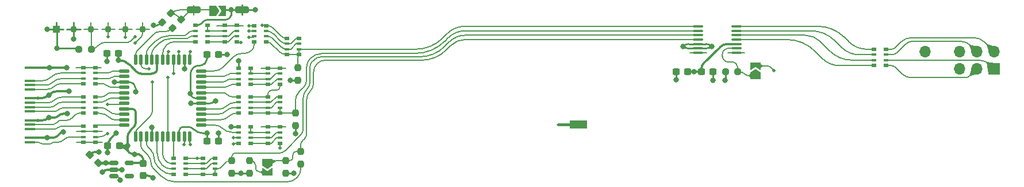
<source format=gbr>
%TF.GenerationSoftware,KiCad,Pcbnew,(6.0.4)*%
%TF.CreationDate,2022-06-19T08:58:44+02:00*%
%TF.ProjectId,n64rgb_v3,6e363472-6762-45f7-9633-2e6b69636164,20220523*%
%TF.SameCoordinates,Original*%
%TF.FileFunction,Copper,L1,Top*%
%TF.FilePolarity,Positive*%
%FSLAX46Y46*%
G04 Gerber Fmt 4.6, Leading zero omitted, Abs format (unit mm)*
G04 Created by KiCad (PCBNEW (6.0.4)) date 2022-06-19 08:58:44*
%MOMM*%
%LPD*%
G01*
G04 APERTURE LIST*
G04 Aperture macros list*
%AMRoundRect*
0 Rectangle with rounded corners*
0 $1 Rounding radius*
0 $2 $3 $4 $5 $6 $7 $8 $9 X,Y pos of 4 corners*
0 Add a 4 corners polygon primitive as box body*
4,1,4,$2,$3,$4,$5,$6,$7,$8,$9,$2,$3,0*
0 Add four circle primitives for the rounded corners*
1,1,$1+$1,$2,$3*
1,1,$1+$1,$4,$5*
1,1,$1+$1,$6,$7*
1,1,$1+$1,$8,$9*
0 Add four rect primitives between the rounded corners*
20,1,$1+$1,$2,$3,$4,$5,0*
20,1,$1+$1,$4,$5,$6,$7,0*
20,1,$1+$1,$6,$7,$8,$9,0*
20,1,$1+$1,$8,$9,$2,$3,0*%
%AMFreePoly0*
4,1,6,1.000000,0.000000,0.500000,-0.750000,-0.500000,-0.750000,-0.500000,0.750000,0.500000,0.750000,1.000000,0.000000,1.000000,0.000000,$1*%
%AMFreePoly1*
4,1,6,0.500000,-0.750000,-0.650000,-0.750000,-0.150000,0.000000,-0.650000,0.750000,0.500000,0.750000,0.500000,-0.750000,0.500000,-0.750000,$1*%
G04 Aperture macros list end*
%TA.AperFunction,NonConductor*%
%ADD10C,0.200000*%
%TD*%
%TA.AperFunction,ComponentPad*%
%ADD11C,1.200000*%
%TD*%
%TA.AperFunction,SMDPad,CuDef*%
%ADD12R,2.540000X1.270000*%
%TD*%
%TA.AperFunction,SMDPad,CuDef*%
%ADD13RoundRect,0.237500X-0.300000X-0.237500X0.300000X-0.237500X0.300000X0.237500X-0.300000X0.237500X0*%
%TD*%
%TA.AperFunction,SMDPad,CuDef*%
%ADD14FreePoly0,270.000000*%
%TD*%
%TA.AperFunction,SMDPad,CuDef*%
%ADD15FreePoly1,270.000000*%
%TD*%
%TA.AperFunction,SMDPad,CuDef*%
%ADD16RoundRect,0.237500X-0.008839X-0.344715X0.344715X0.008839X0.008839X0.344715X-0.344715X-0.008839X0*%
%TD*%
%TA.AperFunction,SMDPad,CuDef*%
%ADD17R,0.800000X0.500000*%
%TD*%
%TA.AperFunction,SMDPad,CuDef*%
%ADD18R,0.800000X0.400000*%
%TD*%
%TA.AperFunction,SMDPad,CuDef*%
%ADD19RoundRect,0.237500X-0.237500X0.250000X-0.237500X-0.250000X0.237500X-0.250000X0.237500X0.250000X0*%
%TD*%
%TA.AperFunction,SMDPad,CuDef*%
%ADD20R,1.000000X1.000000*%
%TD*%
%TA.AperFunction,SMDPad,CuDef*%
%ADD21RoundRect,0.237500X-0.237500X0.300000X-0.237500X-0.300000X0.237500X-0.300000X0.237500X0.300000X0*%
%TD*%
%TA.AperFunction,SMDPad,CuDef*%
%ADD22RoundRect,0.100000X-0.637500X-0.100000X0.637500X-0.100000X0.637500X0.100000X-0.637500X0.100000X0*%
%TD*%
%TA.AperFunction,SMDPad,CuDef*%
%ADD23C,1.000000*%
%TD*%
%TA.AperFunction,SMDPad,CuDef*%
%ADD24RoundRect,0.237500X-0.250000X-0.237500X0.250000X-0.237500X0.250000X0.237500X-0.250000X0.237500X0*%
%TD*%
%TA.AperFunction,SMDPad,CuDef*%
%ADD25RoundRect,0.237500X0.008839X0.344715X-0.344715X-0.008839X-0.008839X-0.344715X0.344715X0.008839X0*%
%TD*%
%TA.AperFunction,SMDPad,CuDef*%
%ADD26RoundRect,0.137500X0.137500X-0.600000X0.137500X0.600000X-0.137500X0.600000X-0.137500X-0.600000X0*%
%TD*%
%TA.AperFunction,SMDPad,CuDef*%
%ADD27RoundRect,0.137500X0.600000X-0.137500X0.600000X0.137500X-0.600000X0.137500X-0.600000X-0.137500X0*%
%TD*%
%TA.AperFunction,SMDPad,CuDef*%
%ADD28RoundRect,0.237500X0.300000X0.237500X-0.300000X0.237500X-0.300000X-0.237500X0.300000X-0.237500X0*%
%TD*%
%TA.AperFunction,SMDPad,CuDef*%
%ADD29RoundRect,0.237500X0.237500X-0.250000X0.237500X0.250000X-0.237500X0.250000X-0.237500X-0.250000X0*%
%TD*%
%TA.AperFunction,SMDPad,CuDef*%
%ADD30FreePoly0,0.000000*%
%TD*%
%TA.AperFunction,SMDPad,CuDef*%
%ADD31FreePoly1,0.000000*%
%TD*%
%TA.AperFunction,ComponentPad*%
%ADD32R,1.700000X1.700000*%
%TD*%
%TA.AperFunction,ComponentPad*%
%ADD33O,1.700000X1.700000*%
%TD*%
%TA.AperFunction,SMDPad,CuDef*%
%ADD34FreePoly0,90.000000*%
%TD*%
%TA.AperFunction,SMDPad,CuDef*%
%ADD35FreePoly1,90.000000*%
%TD*%
%TA.AperFunction,SMDPad,CuDef*%
%ADD36RoundRect,0.250000X0.750000X-0.250000X0.750000X0.250000X-0.750000X0.250000X-0.750000X-0.250000X0*%
%TD*%
%TA.AperFunction,SMDPad,CuDef*%
%ADD37RoundRect,0.237500X0.380070X-0.044194X-0.044194X0.380070X-0.380070X0.044194X0.044194X-0.380070X0*%
%TD*%
%TA.AperFunction,SMDPad,CuDef*%
%ADD38R,1.350000X0.450000*%
%TD*%
%TA.AperFunction,ComponentPad*%
%ADD39C,0.450000*%
%TD*%
%TA.AperFunction,SMDPad,CuDef*%
%ADD40RoundRect,0.150000X-0.512500X-0.150000X0.512500X-0.150000X0.512500X0.150000X-0.512500X0.150000X0*%
%TD*%
%TA.AperFunction,ViaPad*%
%ADD41C,0.800000*%
%TD*%
%TA.AperFunction,ViaPad*%
%ADD42C,0.500000*%
%TD*%
%TA.AperFunction,Conductor*%
%ADD43C,0.300000*%
%TD*%
%TA.AperFunction,Conductor*%
%ADD44C,0.250000*%
%TD*%
%TA.AperFunction,Conductor*%
%ADD45C,0.203200*%
%TD*%
%TA.AperFunction,Conductor*%
%ADD46C,0.200000*%
%TD*%
%TA.AperFunction,Conductor*%
%ADD47C,0.400000*%
%TD*%
G04 APERTURE END LIST*
D10*
X64646000Y-127710000D02*
X68326000Y-127710000D01*
G36*
X65030000Y-134720000D02*
G01*
X64610000Y-134330000D01*
X65050000Y-134000000D01*
X65030000Y-134720000D01*
G37*
X65030000Y-134720000D02*
X64610000Y-134330000D01*
X65050000Y-134000000D01*
X65030000Y-134720000D01*
X127782000Y-116763800D02*
X130282000Y-116763800D01*
X64646000Y-119050000D02*
X68326000Y-119050000D01*
G36*
X173310000Y-118430000D02*
G01*
X171870000Y-119830000D01*
X171610000Y-118190000D01*
X173310000Y-118430000D01*
G37*
X173310000Y-118430000D02*
X171870000Y-119830000D01*
X171610000Y-118190000D01*
X173310000Y-118430000D01*
G36*
X170600000Y-116110000D02*
G01*
X169540000Y-117090000D01*
X169080000Y-115630000D01*
X170600000Y-116110000D01*
G37*
X170600000Y-116110000D02*
X169540000Y-117090000D01*
X169080000Y-115630000D01*
X170600000Y-116110000D01*
X37465000Y-128375000D02*
X41265000Y-128375000D01*
G36*
X137000000Y-120540000D02*
G01*
X136540000Y-120140000D01*
X137000000Y-119710000D01*
X137000000Y-120540000D01*
G37*
X137000000Y-120540000D02*
X136540000Y-120140000D01*
X137000000Y-119710000D01*
X137000000Y-120540000D01*
G36*
X138500000Y-118720000D02*
G01*
X138040000Y-119040000D01*
X138040000Y-118370000D01*
X138500000Y-118720000D01*
G37*
X138500000Y-118720000D02*
X138040000Y-119040000D01*
X138040000Y-118370000D01*
X138500000Y-118720000D01*
G36*
X65918504Y-133396744D02*
G01*
X65918504Y-132686744D01*
X66728504Y-132686744D01*
X65918504Y-133396744D01*
G37*
X65918504Y-133396744D02*
X65918504Y-132686744D01*
X66728504Y-132686744D01*
X65918504Y-133396744D01*
X58131000Y-112776000D02*
X62011000Y-112776000D01*
X133370000Y-116789200D02*
X135870000Y-116789200D01*
G36*
X170600000Y-119580000D02*
G01*
X169040000Y-120120000D01*
X169540000Y-118580000D01*
X170600000Y-119580000D01*
G37*
X170600000Y-119580000D02*
X169040000Y-120120000D01*
X169540000Y-118580000D01*
X170600000Y-119580000D01*
X37368000Y-118950000D02*
X41118000Y-118950000D01*
X37465000Y-130000000D02*
X41315000Y-130000000D01*
G36*
X173120000Y-116060000D02*
G01*
X172070000Y-117090000D01*
X171570000Y-115560000D01*
X173120000Y-116060000D01*
G37*
X173120000Y-116060000D02*
X172070000Y-117090000D01*
X171570000Y-115560000D01*
X173120000Y-116060000D01*
D11*
%TO.P,X3,1,Pin_1*%
%TO.N,Net-(C7-Pad1)*%
X112013879Y-127378000D03*
D12*
X111418879Y-127378000D03*
D11*
X110743879Y-127378000D03*
%TD*%
D13*
%TO.P,C1,1*%
%TO.N,VDD*%
X56668500Y-129794000D03*
%TO.P,C1,2*%
%TO.N,GND*%
X58393500Y-129794000D03*
%TD*%
D14*
%TO.P,JP9,1,A*%
%TO.N,/S_dac*%
X65600000Y-132895000D03*
D15*
%TO.P,JP9,2,B*%
%TO.N,Net-(JP9-Pad2)*%
X65600000Y-134345000D03*
%TD*%
D16*
%TO.P,R3,1*%
%TO.N,VDD*%
X50104765Y-112245235D03*
%TO.P,R3,2*%
%TO.N,/nViDeBlur_i*%
X51395235Y-110954765D03*
%TD*%
D17*
%TO.P,RN14,1,R1.1*%
%TO.N,unconnected-(RN14-Pad1)*%
X65648000Y-127705000D03*
D18*
%TO.P,RN14,2,R2.1*%
%TO.N,Net-(RN12-Pad7)*%
X65648000Y-128505000D03*
%TO.P,RN14,3,R3.1*%
%TO.N,Net-(RN12-Pad6)*%
X65648000Y-129305000D03*
D17*
%TO.P,RN14,4,R4.1*%
%TO.N,Net-(RN12-Pad5)*%
X65648000Y-130105000D03*
%TO.P,RN14,5,R4.2*%
%TO.N,Net-(RN13-Pad8)*%
X67448000Y-130105000D03*
D18*
%TO.P,RN14,6,R3.2*%
%TO.N,Net-(RN12-Pad5)*%
X67448000Y-129305000D03*
%TO.P,RN14,7,R2.2*%
%TO.N,Net-(RN12-Pad6)*%
X67448000Y-128505000D03*
D17*
%TO.P,RN14,8,R1.2*%
%TO.N,unconnected-(RN14-Pad8)*%
X67448000Y-127705000D03*
%TD*%
%TO.P,RN12,1,R1.1*%
%TO.N,GND*%
X61330000Y-127705000D03*
D18*
%TO.P,RN12,2,R2.1*%
%TO.N,R0*%
X61330000Y-128505000D03*
%TO.P,RN12,3,R3.1*%
%TO.N,R1*%
X61330000Y-129305000D03*
D17*
%TO.P,RN12,4,R4.1*%
%TO.N,R2*%
X61330000Y-130105000D03*
%TO.P,RN12,5,R4.2*%
%TO.N,Net-(RN12-Pad5)*%
X63130000Y-130105000D03*
D18*
%TO.P,RN12,6,R3.2*%
%TO.N,Net-(RN12-Pad6)*%
X63130000Y-129305000D03*
%TO.P,RN12,7,R2.2*%
%TO.N,Net-(RN12-Pad7)*%
X63130000Y-128505000D03*
D17*
%TO.P,RN12,8,R1.2*%
X63130000Y-127705000D03*
%TD*%
%TO.P,RN10,1,R1.1*%
%TO.N,unconnected-(RN10-Pad1)*%
X65648000Y-119045000D03*
D18*
%TO.P,RN10,2,R2.1*%
%TO.N,Net-(RN10-Pad2)*%
X65648000Y-119845000D03*
%TO.P,RN10,3,R3.1*%
%TO.N,Net-(RN10-Pad3)*%
X65648000Y-120645000D03*
D17*
%TO.P,RN10,4,R4.1*%
%TO.N,Net-(RN10-Pad4)*%
X65648000Y-121445000D03*
%TO.P,RN10,5,R4.2*%
%TO.N,Net-(RN10-Pad5)*%
X67448000Y-121445000D03*
D18*
%TO.P,RN10,6,R3.2*%
%TO.N,Net-(RN10-Pad4)*%
X67448000Y-120645000D03*
%TO.P,RN10,7,R2.2*%
%TO.N,Net-(RN10-Pad3)*%
X67448000Y-119845000D03*
D17*
%TO.P,RN10,8,R1.2*%
%TO.N,unconnected-(RN10-Pad8)*%
X67448000Y-119045000D03*
%TD*%
%TO.P,RN2,1,R1.1*%
%TO.N,/D3_i*%
X38470000Y-123260000D03*
D18*
%TO.P,RN2,2,R2.1*%
%TO.N,/D4_i*%
X38470000Y-124060000D03*
%TO.P,RN2,3,R3.1*%
%TO.N,/D5_i*%
X38470000Y-124860000D03*
D17*
%TO.P,RN2,4,R4.1*%
%TO.N,/D6_i*%
X38470000Y-125660000D03*
%TO.P,RN2,5,R4.2*%
%TO.N,D6*%
X40270000Y-125660000D03*
D18*
%TO.P,RN2,6,R3.2*%
%TO.N,D5*%
X40270000Y-124860000D03*
%TO.P,RN2,7,R2.2*%
%TO.N,D4*%
X40270000Y-124060000D03*
D17*
%TO.P,RN2,8,R1.2*%
%TO.N,D3*%
X40270000Y-123260000D03*
%TD*%
%TO.P,RN16,1,R1.1*%
%TO.N,/G'*%
X154878200Y-116240000D03*
D18*
%TO.P,RN16,2,R2.1*%
%TO.N,/B'*%
X154878200Y-117040000D03*
%TO.P,RN16,3,R3.1*%
%TO.N,/R'*%
X154878200Y-117840000D03*
D17*
%TO.P,RN16,4,R4.1*%
%TO.N,/S'*%
X154878200Y-118640000D03*
%TO.P,RN16,5,R4.2*%
%TO.N,/S*%
X156678200Y-118640000D03*
D18*
%TO.P,RN16,6,R3.2*%
%TO.N,/R*%
X156678200Y-117840000D03*
%TO.P,RN16,7,R2.2*%
%TO.N,/B*%
X156678200Y-117040000D03*
D17*
%TO.P,RN16,8,R1.2*%
%TO.N,/G*%
X156678200Y-116240000D03*
%TD*%
D19*
%TO.P,R9,1*%
%TO.N,Net-(JP9-Pad2)*%
X62920000Y-132707500D03*
%TO.P,R9,2*%
%TO.N,GND*%
X62920000Y-134532500D03*
%TD*%
%TO.P,R4,1*%
%TO.N,/G_dac*%
X70104000Y-118975500D03*
%TO.P,R4,2*%
%TO.N,GND*%
X70104000Y-120800500D03*
%TD*%
D20*
%TO.P,J1,1,Pin_1*%
%TO.N,VDD*%
X34544000Y-113284000D03*
%TD*%
D21*
%TO.P,C8,1*%
%TO.N,VDD*%
X47300000Y-133137500D03*
%TO.P,C8,2*%
%TO.N,GND*%
X47300000Y-134862500D03*
%TD*%
D17*
%TO.P,RN13,1,R1.1*%
%TO.N,R3*%
X51800000Y-132300000D03*
D18*
%TO.P,RN13,2,R2.1*%
%TO.N,R4*%
X51800000Y-133100000D03*
%TO.P,RN13,3,R3.1*%
%TO.N,R5*%
X51800000Y-133900000D03*
D17*
%TO.P,RN13,4,R4.1*%
%TO.N,R6*%
X51800000Y-134700000D03*
%TO.P,RN13,5,R4.2*%
%TO.N,/R_dac*%
X53600000Y-134700000D03*
D18*
%TO.P,RN13,6,R3.2*%
%TO.N,Net-(RN13-Pad6)*%
X53600000Y-133900000D03*
%TO.P,RN13,7,R2.2*%
%TO.N,Net-(RN13-Pad7)*%
X53600000Y-133100000D03*
D17*
%TO.P,RN13,8,R1.2*%
%TO.N,Net-(RN13-Pad8)*%
X53600000Y-132300000D03*
%TD*%
D13*
%TO.P,C4,1*%
%TO.N,VDD*%
X56668500Y-116967000D03*
%TO.P,C4,2*%
%TO.N,GND*%
X58393500Y-116967000D03*
%TD*%
D22*
%TO.P,U2,1,Ch1.in*%
%TO.N,/G_dac*%
X128963500Y-112858000D03*
%TO.P,U2,2,Ch2.in*%
%TO.N,/B_dac*%
X128963500Y-113508000D03*
%TO.P,U2,3,Ch3.in*%
%TO.N,/R_dac*%
X128963500Y-114158000D03*
%TO.P,U2,4,Ch4.in*%
%TO.N,/S_dac*%
X128963500Y-114808000D03*
%TO.P,U2,5,GND*%
%TO.N,GND*%
X128963500Y-115458000D03*
%TO.P,U2,6,Disable*%
X128963500Y-116108000D03*
%TO.P,U2,7,n.c.*%
%TO.N,unconnected-(U2-Pad7)*%
X128963500Y-116758000D03*
%TO.P,U2,8,n.c.*%
%TO.N,unconnected-(U2-Pad8)*%
X134688500Y-116758000D03*
%TO.P,U2,9,Fil.byp.*%
%TO.N,/Fil.byp.*%
X134688500Y-116108000D03*
%TO.P,U2,10,Vcc*%
%TO.N,VCC*%
X134688500Y-115458000D03*
%TO.P,U2,11,Ch4.out*%
%TO.N,/S'*%
X134688500Y-114808000D03*
%TO.P,U2,12,Ch3.out*%
%TO.N,/R'*%
X134688500Y-114158000D03*
%TO.P,U2,13,Ch2.out*%
%TO.N,/B'*%
X134688500Y-113508000D03*
%TO.P,U2,14,Ch1.out*%
%TO.N,/G'*%
X134688500Y-112858000D03*
%TD*%
D23*
%TO.P,J5,1,Pin_1*%
%TO.N,TDI*%
X44704000Y-113284000D03*
%TD*%
D24*
%TO.P,R10,1*%
%TO.N,GND*%
X133021700Y-119583200D03*
%TO.P,R10,2*%
%TO.N,/Fil.byp.*%
X134846700Y-119583200D03*
%TD*%
D25*
%TO.P,R2,1*%
%TO.N,/nViDeBlur_i*%
X52895235Y-111854765D03*
%TO.P,R2,2*%
%TO.N,nViDeBlur*%
X51604765Y-113145235D03*
%TD*%
D23*
%TO.P,J2,1,Pin_1*%
%TO.N,GND*%
X37084000Y-113284000D03*
%TD*%
%TO.P,J3,1,Pin_1*%
%TO.N,TCK*%
X39624000Y-113284000D03*
%TD*%
D19*
%TO.P,R8,1*%
%TO.N,/S_dac*%
X68300000Y-132687500D03*
%TO.P,R8,2*%
%TO.N,GND*%
X68300000Y-134512500D03*
%TD*%
D26*
%TO.P,U1,1,TDI*%
%TO.N,TDI*%
X46165000Y-129106500D03*
%TO.P,U1,2,B9*%
%TO.N,CSYNC_o*%
X46965000Y-129106500D03*
%TO.P,U1,3,B10*%
%TO.N,R6*%
X47765000Y-129106500D03*
%TO.P,U1,4,PORT_EN*%
%TO.N,GND*%
X48565000Y-129106500D03*
%TO.P,U1,5,B13*%
%TO.N,R5*%
X49365000Y-129106500D03*
%TO.P,U1,6,B14*%
%TO.N,R4*%
X50165000Y-129106500D03*
%TO.P,U1,7,TMS*%
%TO.N,TMS*%
X50965000Y-129106500D03*
%TO.P,U1,8,D1*%
%TO.N,R3*%
X51765000Y-129106500D03*
%TO.P,U1,9,VCC*%
%TO.N,VDD*%
X52565000Y-129106500D03*
%TO.P,U1,10,D3*%
%TO.N,R2*%
X53365000Y-129106500D03*
%TO.P,U1,11,D4*%
%TO.N,R1*%
X54165000Y-129106500D03*
D27*
%TO.P,U1,12,D8*%
%TO.N,R0*%
X55827500Y-127444000D03*
%TO.P,U1,13,D9*%
%TO.N,B6*%
X55827500Y-126644000D03*
%TO.P,U1,14,D10*%
%TO.N,B5*%
X55827500Y-125844000D03*
%TO.P,U1,15,D11*%
%TO.N,B4*%
X55827500Y-125044000D03*
%TO.P,U1,16,GND*%
%TO.N,GND*%
X55827500Y-124244000D03*
%TO.P,U1,17,VCC*%
%TO.N,VDD*%
X55827500Y-123444000D03*
%TO.P,U1,18,C12*%
%TO.N,B3*%
X55827500Y-122644000D03*
%TO.P,U1,19,C11*%
%TO.N,B2*%
X55827500Y-121844000D03*
%TO.P,U1,20,C10*%
%TO.N,B1*%
X55827500Y-121044000D03*
%TO.P,U1,21,C9*%
%TO.N,B0*%
X55827500Y-120244000D03*
%TO.P,U1,22,C8*%
%TO.N,G6*%
X55827500Y-119444000D03*
D26*
%TO.P,U1,23,C3*%
%TO.N,G5*%
X54165000Y-117781500D03*
%TO.P,U1,24,GND*%
%TO.N,GND*%
X53365000Y-117781500D03*
%TO.P,U1,25,C1*%
%TO.N,G4*%
X52565000Y-117781500D03*
%TO.P,U1,26,TCK*%
%TO.N,TCK*%
X51765000Y-117781500D03*
%TO.P,U1,27,A14*%
%TO.N,G3*%
X50965000Y-117781500D03*
%TO.P,U1,28,A13*%
%TO.N,G2*%
X50165000Y-117781500D03*
%TO.P,U1,29,VCC*%
%TO.N,VDD*%
X49365000Y-117781500D03*
%TO.P,U1,30,A10*%
%TO.N,G1*%
X48565000Y-117781500D03*
%TO.P,U1,31,A9*%
%TO.N,G0*%
X47765000Y-117781500D03*
%TO.P,U1,32,TDO*%
%TO.N,TDO*%
X46965000Y-117781500D03*
%TO.P,U1,33,A7*%
%TO.N,nViDeBlur*%
X46165000Y-117781500D03*
D27*
%TO.P,U1,34,A1*%
%TO.N,D0*%
X44502500Y-119444000D03*
%TO.P,U1,35,A0*%
%TO.N,D1*%
X44502500Y-120244000D03*
%TO.P,U1,36,GND*%
%TO.N,GND*%
X44502500Y-121044000D03*
%TO.P,U1,37,CLK3/IN3*%
%TO.N,D2*%
X44502500Y-121844000D03*
%TO.P,U1,38,CLK2/IN2*%
%TO.N,D3*%
X44502500Y-122644000D03*
%TO.P,U1,39,CLK1/IN1*%
%TO.N,D4*%
X44502500Y-123444000D03*
%TO.P,U1,40,CLC0/IN0*%
%TO.N,VCLK*%
X44502500Y-124244000D03*
%TO.P,U1,41,VCC*%
%TO.N,VDD*%
X44502500Y-125044000D03*
%TO.P,U1,42,B0*%
%TO.N,D5*%
X44502500Y-125844000D03*
%TO.P,U1,43,B1*%
%TO.N,D6*%
X44502500Y-126644000D03*
%TO.P,U1,44,B2*%
%TO.N,#DSYNC*%
X44502500Y-127444000D03*
%TD*%
D19*
%TO.P,R6,1*%
%TO.N,/R_dac*%
X60350000Y-132707500D03*
%TO.P,R6,2*%
%TO.N,GND*%
X60350000Y-134532500D03*
%TD*%
D23*
%TO.P,J4,1,Pin_1*%
%TO.N,TDO*%
X42164000Y-113284000D03*
%TD*%
D28*
%TO.P,C5,1*%
%TO.N,VCC*%
X127481500Y-119557800D03*
%TO.P,C5,2*%
%TO.N,GND*%
X125756500Y-119557800D03*
%TD*%
D17*
%TO.P,RN3,1,R1.1*%
%TO.N,/nDSYNC_i*%
X38470000Y-127578000D03*
D18*
%TO.P,RN3,2,R2.1*%
%TO.N,unconnected-(RN3-Pad2)*%
X38470000Y-128378000D03*
%TO.P,RN3,3,R3.1*%
%TO.N,/VCLK_i*%
X38470000Y-129178000D03*
D17*
%TO.P,RN3,4,R4.1*%
%TO.N,unconnected-(RN3-Pad4)*%
X38470000Y-129978000D03*
%TO.P,RN3,5,R4.2*%
%TO.N,unconnected-(RN3-Pad5)*%
X40270000Y-129978000D03*
D18*
%TO.P,RN3,6,R3.2*%
%TO.N,VCLK*%
X40270000Y-129178000D03*
%TO.P,RN3,7,R2.2*%
%TO.N,unconnected-(RN3-Pad7)*%
X40270000Y-128378000D03*
D17*
%TO.P,RN3,8,R1.2*%
%TO.N,#DSYNC*%
X40270000Y-127578000D03*
%TD*%
%TO.P,RN9,1,R1.1*%
%TO.N,B3*%
X61330000Y-123260000D03*
D18*
%TO.P,RN9,2,R2.1*%
%TO.N,B4*%
X61330000Y-124060000D03*
%TO.P,RN9,3,R3.1*%
%TO.N,B5*%
X61330000Y-124860000D03*
D17*
%TO.P,RN9,4,R4.1*%
%TO.N,B6*%
X61330000Y-125660000D03*
%TO.P,RN9,5,R4.2*%
%TO.N,/B_dac*%
X63130000Y-125660000D03*
D18*
%TO.P,RN9,6,R3.2*%
%TO.N,Net-(RN11-Pad3)*%
X63130000Y-124860000D03*
%TO.P,RN9,7,R2.2*%
%TO.N,Net-(RN11-Pad2)*%
X63130000Y-124060000D03*
D17*
%TO.P,RN9,8,R1.2*%
%TO.N,Net-(RN10-Pad5)*%
X63130000Y-123260000D03*
%TD*%
%TO.P,RN11,1,R1.1*%
%TO.N,Net-(RN10-Pad5)*%
X65650000Y-123260000D03*
D18*
%TO.P,RN11,2,R2.1*%
%TO.N,Net-(RN11-Pad2)*%
X65650000Y-124060000D03*
%TO.P,RN11,3,R3.1*%
%TO.N,Net-(RN11-Pad3)*%
X65650000Y-124860000D03*
D17*
%TO.P,RN11,4,R4.1*%
%TO.N,/B_dac*%
X65650000Y-125660000D03*
%TO.P,RN11,5,R4.2*%
X67450000Y-125660000D03*
D18*
%TO.P,RN11,6,R3.2*%
X67450000Y-124860000D03*
%TO.P,RN11,7,R2.2*%
%TO.N,Net-(RN11-Pad3)*%
X67450000Y-124060000D03*
D17*
%TO.P,RN11,8,R1.2*%
%TO.N,Net-(RN11-Pad2)*%
X67450000Y-123260000D03*
%TD*%
D23*
%TO.P,J6,1,Pin_1*%
%TO.N,TMS*%
X47244000Y-113284000D03*
%TD*%
D17*
%TO.P,RN8,1,R1.1*%
%TO.N,GND*%
X61330000Y-119045000D03*
D18*
%TO.P,RN8,2,R2.1*%
%TO.N,B0*%
X61330000Y-119845000D03*
%TO.P,RN8,3,R3.1*%
%TO.N,B1*%
X61330000Y-120645000D03*
D17*
%TO.P,RN8,4,R4.1*%
%TO.N,B2*%
X61330000Y-121445000D03*
%TO.P,RN8,5,R4.2*%
%TO.N,Net-(RN10-Pad4)*%
X63130000Y-121445000D03*
D18*
%TO.P,RN8,6,R3.2*%
%TO.N,Net-(RN10-Pad3)*%
X63130000Y-120645000D03*
%TO.P,RN8,7,R2.2*%
%TO.N,Net-(RN10-Pad2)*%
X63130000Y-119845000D03*
D17*
%TO.P,RN8,8,R1.2*%
X63130000Y-119045000D03*
%TD*%
D29*
%TO.P,R7,1*%
%TO.N,CSYNC_o*%
X70500000Y-133162500D03*
%TO.P,R7,2*%
%TO.N,/S_dac*%
X70500000Y-131337500D03*
%TD*%
D17*
%TO.P,RN4,1,R1.1*%
%TO.N,GND*%
X54980000Y-112719000D03*
D18*
%TO.P,RN4,2,R2.1*%
%TO.N,G0*%
X54980000Y-113519000D03*
%TO.P,RN4,3,R3.1*%
%TO.N,G1*%
X54980000Y-114319000D03*
D17*
%TO.P,RN4,4,R4.1*%
%TO.N,G2*%
X54980000Y-115119000D03*
%TO.P,RN4,5,R4.2*%
%TO.N,Net-(RN4-Pad5)*%
X56780000Y-115119000D03*
D18*
%TO.P,RN4,6,R3.2*%
%TO.N,Net-(RN4-Pad6)*%
X56780000Y-114319000D03*
%TO.P,RN4,7,R2.2*%
%TO.N,Net-(RN4-Pad7)*%
X56780000Y-113519000D03*
D17*
%TO.P,RN4,8,R1.2*%
X56780000Y-112719000D03*
%TD*%
D13*
%TO.P,C6,1*%
%TO.N,VCC*%
X129515700Y-119557800D03*
%TO.P,C6,2*%
%TO.N,GND*%
X131240700Y-119557800D03*
%TD*%
D17*
%TO.P,RN1,1,R1.1*%
%TO.N,unconnected-(RN1-Pad1)*%
X38470000Y-118942000D03*
D18*
%TO.P,RN1,2,R2.1*%
%TO.N,/D0_i*%
X38470000Y-119742000D03*
%TO.P,RN1,3,R3.1*%
%TO.N,/D1_i*%
X38470000Y-120542000D03*
D17*
%TO.P,RN1,4,R4.1*%
%TO.N,/D2_i*%
X38470000Y-121342000D03*
%TO.P,RN1,5,R4.2*%
%TO.N,D2*%
X40270000Y-121342000D03*
D18*
%TO.P,RN1,6,R3.2*%
%TO.N,D1*%
X40270000Y-120542000D03*
%TO.P,RN1,7,R2.2*%
%TO.N,D0*%
X40270000Y-119742000D03*
D17*
%TO.P,RN1,8,R1.2*%
%TO.N,unconnected-(RN1-Pad8)*%
X40270000Y-118942000D03*
%TD*%
D19*
%TO.P,R5,1*%
%TO.N,/B_dac*%
X69723000Y-125683000D03*
%TO.P,R5,2*%
%TO.N,GND*%
X69723000Y-127508000D03*
%TD*%
D28*
%TO.P,C2,1*%
%TO.N,VDD*%
X43661500Y-116840000D03*
%TO.P,C2,2*%
%TO.N,GND*%
X41936500Y-116840000D03*
%TD*%
D17*
%TO.P,RN5,1,R1.1*%
%TO.N,G3*%
X63616000Y-112741000D03*
D18*
%TO.P,RN5,2,R2.1*%
%TO.N,G4*%
X63616000Y-113541000D03*
%TO.P,RN5,3,R3.1*%
%TO.N,G5*%
X63616000Y-114341000D03*
D17*
%TO.P,RN5,4,R4.1*%
%TO.N,G6*%
X63616000Y-115141000D03*
%TO.P,RN5,5,R4.2*%
%TO.N,/G_dac*%
X65416000Y-115141000D03*
D18*
%TO.P,RN5,6,R3.2*%
%TO.N,Net-(RN5-Pad6)*%
X65416000Y-114341000D03*
%TO.P,RN5,7,R2.2*%
%TO.N,Net-(RN5-Pad7)*%
X65416000Y-113541000D03*
D17*
%TO.P,RN5,8,R1.2*%
%TO.N,Net-(RN5-Pad8)*%
X65416000Y-112741000D03*
%TD*%
%TO.P,RN7,1,R1.1*%
%TO.N,Net-(RN5-Pad8)*%
X68442000Y-114624000D03*
D18*
%TO.P,RN7,2,R2.1*%
%TO.N,Net-(RN5-Pad7)*%
X68442000Y-115424000D03*
%TO.P,RN7,3,R3.1*%
%TO.N,Net-(RN5-Pad6)*%
X68442000Y-116224000D03*
D17*
%TO.P,RN7,4,R4.1*%
%TO.N,/G_dac*%
X68442000Y-117024000D03*
%TO.P,RN7,5,R4.2*%
X70242000Y-117024000D03*
D18*
%TO.P,RN7,6,R3.2*%
X70242000Y-116224000D03*
%TO.P,RN7,7,R2.2*%
%TO.N,Net-(RN5-Pad6)*%
X70242000Y-115424000D03*
D17*
%TO.P,RN7,8,R1.2*%
%TO.N,Net-(RN5-Pad7)*%
X70242000Y-114624000D03*
%TD*%
D30*
%TO.P,JP7,1,A*%
%TO.N,/nViDeBlur_i*%
X57568000Y-110566200D03*
D31*
%TO.P,JP7,2,B*%
%TO.N,GND*%
X59018000Y-110566200D03*
%TD*%
D28*
%TO.P,C3,1*%
%TO.N,VDD*%
X43812500Y-130500000D03*
%TO.P,C3,2*%
%TO.N,GND*%
X42087500Y-130500000D03*
%TD*%
D32*
%TO.P,X2,1,Red*%
%TO.N,/R*%
X172583200Y-119118200D03*
D33*
%TO.P,X2,2,Green*%
%TO.N,/G*%
X172583200Y-116578200D03*
%TO.P,X2,3,Sync*%
%TO.N,/S*%
X170043200Y-119118200D03*
%TO.P,X2,4,Blue*%
%TO.N,/B*%
X170043200Y-116578200D03*
%TO.P,X2,5,GND*%
%TO.N,GND*%
X167503200Y-119118200D03*
%TO.P,X2,6,GND*%
X167503200Y-116578200D03*
%TO.P,X2,10,5V*%
%TO.N,VCC*%
X162423200Y-116578200D03*
%TD*%
D17*
%TO.P,RN6,1,R1.1*%
%TO.N,unconnected-(RN6-Pad1)*%
X59298000Y-112719000D03*
D18*
%TO.P,RN6,2,R2.1*%
%TO.N,Net-(RN4-Pad7)*%
X59298000Y-113519000D03*
%TO.P,RN6,3,R3.1*%
%TO.N,Net-(RN4-Pad6)*%
X59298000Y-114319000D03*
D17*
%TO.P,RN6,4,R4.1*%
%TO.N,Net-(RN4-Pad5)*%
X59298000Y-115119000D03*
%TO.P,RN6,5,R4.2*%
%TO.N,Net-(RN5-Pad8)*%
X61098000Y-115119000D03*
D18*
%TO.P,RN6,6,R3.2*%
%TO.N,Net-(RN4-Pad5)*%
X61098000Y-114319000D03*
%TO.P,RN6,7,R2.2*%
%TO.N,Net-(RN4-Pad6)*%
X61098000Y-113519000D03*
D17*
%TO.P,RN6,8,R1.2*%
%TO.N,unconnected-(RN6-Pad8)*%
X61098000Y-112719000D03*
%TD*%
%TO.P,RN15,1,R1.1*%
%TO.N,Net-(RN13-Pad8)*%
X56099000Y-132300000D03*
D18*
%TO.P,RN15,2,R2.1*%
%TO.N,Net-(RN13-Pad7)*%
X56099000Y-133100000D03*
%TO.P,RN15,3,R3.1*%
%TO.N,Net-(RN13-Pad6)*%
X56099000Y-133900000D03*
D17*
%TO.P,RN15,4,R4.1*%
%TO.N,/R_dac*%
X56099000Y-134700000D03*
%TO.P,RN15,5,R4.2*%
X57899000Y-134700000D03*
D18*
%TO.P,RN15,6,R3.2*%
X57899000Y-133900000D03*
%TO.P,RN15,7,R2.2*%
%TO.N,Net-(RN13-Pad6)*%
X57899000Y-133100000D03*
D17*
%TO.P,RN15,8,R1.2*%
%TO.N,Net-(RN13-Pad7)*%
X57899000Y-132300000D03*
%TD*%
D34*
%TO.P,JP10,1,A*%
%TO.N,/Fil.byp.*%
X137464800Y-120155800D03*
D35*
%TO.P,JP10,2,B*%
%TO.N,VCC*%
X137464800Y-118705800D03*
%TD*%
D36*
%TO.P,J7,1,Pin_1*%
%TO.N,/nViDeBlur_i*%
X54787800Y-110438344D03*
%TD*%
D24*
%TO.P,R1,1*%
%TO.N,VDD*%
X37822500Y-116205000D03*
%TO.P,R1,2*%
%TO.N,TCK*%
X39647500Y-116205000D03*
%TD*%
D37*
%TO.P,C7,1*%
%TO.N,Net-(C7-Pad1)*%
X40659880Y-133009880D03*
%TO.P,C7,2*%
%TO.N,GND*%
X39440120Y-131790120D03*
%TD*%
D36*
%TO.P,J8,1,Pin_1*%
%TO.N,GND*%
X61899800Y-110428772D03*
%TD*%
D38*
%TO.P,X1,11,VCLK*%
%TO.N,/VCLK_i*%
X30705000Y-129972500D03*
D39*
X30705000Y-129972500D03*
X30030000Y-129972500D03*
%TO.P,X1,12,GND*%
%TO.N,GND*%
X30705000Y-129322500D03*
D38*
X30705000Y-129322500D03*
D39*
X30030000Y-129322500D03*
%TO.P,X1,14,nDSYNC*%
%TO.N,/nDSYNC_i*%
X30705000Y-128022500D03*
X30030000Y-128022500D03*
D38*
X30705000Y-128022500D03*
D39*
%TO.P,X1,15,D6*%
%TO.N,/D6_i*%
X30030000Y-127372500D03*
X30705000Y-127372500D03*
D38*
X30705000Y-127372500D03*
D39*
%TO.P,X1,16,GND*%
%TO.N,GND*%
X30705000Y-126722500D03*
D38*
X30705000Y-126722500D03*
D39*
X30030000Y-126722500D03*
%TO.P,X1,18,D5*%
%TO.N,/D5_i*%
X30030000Y-125422500D03*
D38*
X30705000Y-125422500D03*
D39*
X30705000Y-125422500D03*
%TO.P,X1,19,D4*%
%TO.N,/D4_i*%
X30030000Y-124772500D03*
D38*
X30705000Y-124772500D03*
D39*
X30705000Y-124772500D03*
D38*
%TO.P,X1,20,D3*%
%TO.N,/D3_i*%
X30705000Y-124122500D03*
D39*
X30030000Y-124122500D03*
X30705000Y-124122500D03*
%TO.P,X1,21,GND*%
%TO.N,GND*%
X30705000Y-123472500D03*
X30030000Y-123472500D03*
D38*
X30705000Y-123472500D03*
%TO.P,X1,23,D2*%
%TO.N,/D2_i*%
X30705000Y-122172500D03*
D39*
X30030000Y-122172500D03*
X30705000Y-122172500D03*
%TO.P,X1,24,D1*%
%TO.N,/D1_i*%
X30030000Y-121522500D03*
D38*
X30705000Y-121522500D03*
D39*
X30705000Y-121522500D03*
D38*
%TO.P,X1,25,D0*%
%TO.N,/D0_i*%
X30705000Y-120872500D03*
D39*
X30705000Y-120872500D03*
X30030000Y-120872500D03*
D38*
%TO.P,X1,28,GND*%
%TO.N,GND*%
X30705000Y-118922500D03*
D39*
X30705000Y-118922500D03*
X30030000Y-118922500D03*
%TD*%
D40*
%TO.P,U3,1,IN*%
%TO.N,Net-(C7-Pad1)*%
X42962500Y-133050000D03*
%TO.P,U3,2,GND*%
%TO.N,GND*%
X42962500Y-134000000D03*
%TO.P,U3,3,EN*%
%TO.N,Net-(C7-Pad1)*%
X42962500Y-134950000D03*
%TO.P,U3,4,NC*%
%TO.N,unconnected-(U3-Pad4)*%
X45237500Y-134950000D03*
%TO.P,U3,5,OUT*%
%TO.N,VDD*%
X45237500Y-133050000D03*
%TD*%
D41*
%TO.N,VDD*%
X46050000Y-131700000D03*
X43670000Y-117840000D03*
X34610000Y-116120000D03*
X33190000Y-113290000D03*
X54280000Y-122773016D03*
X56700000Y-128650000D03*
X48790000Y-112710000D03*
X45000000Y-130490000D03*
%TO.N,GND*%
X125760000Y-120750000D03*
X133020000Y-120840000D03*
X57930000Y-123850000D03*
X41250000Y-134400000D03*
X36090000Y-125770000D03*
X48750000Y-135250000D03*
X58400000Y-128650000D03*
X43350000Y-128650000D03*
X61730000Y-134530000D03*
X35510000Y-128440000D03*
X61330000Y-117960000D03*
X36340000Y-122390000D03*
X126810000Y-115790000D03*
X53380000Y-119130000D03*
X33380000Y-126340000D03*
X33380000Y-122990000D03*
X131010000Y-115790000D03*
X131240000Y-120790000D03*
X68930000Y-120790000D03*
X69725378Y-128675378D03*
X63795800Y-110428772D03*
X48560000Y-127780000D03*
X59620000Y-116970000D03*
X69450000Y-134500000D03*
X33130000Y-129310000D03*
X54360000Y-124240000D03*
D42*
X31798900Y-126722500D03*
D41*
X40750000Y-131400000D03*
X41930000Y-118000000D03*
X44200000Y-134000000D03*
X46190000Y-122520000D03*
D42*
X31823100Y-123472500D03*
D41*
X33510000Y-118920000D03*
X42050000Y-131500000D03*
X37090000Y-114710000D03*
X36020000Y-118920000D03*
X60250000Y-127710000D03*
X43060000Y-121050000D03*
X60220000Y-110440000D03*
D42*
%TO.N,VCC*%
X140208000Y-119380000D03*
D41*
X128447800Y-119557800D03*
D42*
%TO.N,TCK*%
X51816000Y-119761000D03*
X46130000Y-114400000D03*
%TO.N,TDO*%
X42164000Y-114400000D03*
X48133000Y-119126000D03*
%TO.N,TDI*%
X48660000Y-121090000D03*
X44704000Y-114427000D03*
%TO.N,TMS*%
X50927000Y-120396000D03*
X46140000Y-115290000D03*
%TO.N,VCLK*%
X42037000Y-124333000D03*
X42030000Y-128660000D03*
%TO.N,R1*%
X54229000Y-130302000D03*
X60579000Y-129286000D03*
%TO.N,R2*%
X53340000Y-130302000D03*
X60579000Y-130175000D03*
%TO.N,Net-(RN5-Pad8)*%
X64800000Y-112730000D03*
X61722000Y-115189000D03*
%TO.N,G3*%
X62865000Y-112776000D03*
X51054000Y-116586000D03*
%TO.N,G4*%
X52578000Y-116586000D03*
X62865000Y-113538000D03*
%TO.N,G5*%
X54229000Y-116586000D03*
X62865000Y-114427000D03*
%TO.N,Net-(RN13-Pad8)*%
X67437000Y-130810000D03*
X55291000Y-132300000D03*
D41*
%TO.N,Net-(C7-Pad1)*%
X41783000Y-132969000D03*
X43942000Y-135509000D03*
%TD*%
D43*
%TO.N,VDD*%
X45000000Y-130896447D02*
X45000000Y-130490000D01*
D44*
X34544000Y-113284000D02*
X34544000Y-112300000D01*
X56668500Y-116967000D02*
X56668500Y-117610068D01*
D43*
X45400000Y-118620000D02*
X46318873Y-119538873D01*
D44*
X52565000Y-128344913D02*
X52565000Y-129144000D01*
D43*
X46200000Y-127000000D02*
X46200000Y-125527989D01*
X45291752Y-118511751D02*
X45400000Y-118620000D01*
X45000000Y-130490000D02*
X43836642Y-130490000D01*
X45530000Y-128100000D02*
X45895944Y-127734056D01*
X49365000Y-119199940D02*
X49365000Y-117744000D01*
D44*
X34610000Y-116120000D02*
X34610000Y-113443338D01*
X53964272Y-127710000D02*
X53107989Y-127710000D01*
D43*
X43812500Y-130500000D02*
X44042893Y-130500000D01*
D44*
X56668500Y-129794000D02*
X56668500Y-128726047D01*
X37737500Y-116120000D02*
X34610000Y-116120000D01*
D43*
X47070000Y-119850000D02*
X48495736Y-119850000D01*
X46325736Y-131700000D02*
X45732842Y-131700000D01*
X44559359Y-130809359D02*
X45250000Y-131500000D01*
D44*
X48790000Y-112710000D02*
X49300000Y-112710000D01*
D43*
X47300000Y-133137500D02*
X47300000Y-132603553D01*
D44*
X56700000Y-128650000D02*
X56233632Y-128650000D01*
D43*
X45707525Y-125044000D02*
X44465000Y-125044000D01*
D44*
X54885931Y-123444000D02*
X55865000Y-123444000D01*
X49880417Y-112469584D02*
X50104765Y-112245235D01*
D43*
X44970000Y-130490000D02*
X44970000Y-129360000D01*
X43670000Y-117840000D02*
X43670000Y-116860520D01*
D44*
X34529515Y-113290000D02*
X33190000Y-113290000D01*
X54280000Y-119890000D02*
X54280000Y-122773016D01*
D43*
X45000000Y-130490000D02*
X44970000Y-130490000D01*
D44*
X56420000Y-118210000D02*
X56238701Y-118391299D01*
X37822500Y-116205000D02*
X37737500Y-116120000D01*
D43*
X45464975Y-128165026D02*
X45530000Y-128100000D01*
D44*
X34544000Y-113284000D02*
X35550000Y-113284000D01*
X54700000Y-118940000D02*
X54654767Y-118985233D01*
D43*
X45237500Y-133050000D02*
X47088757Y-133050000D01*
D44*
X55590000Y-118660000D02*
X55375979Y-118660000D01*
X53964272Y-127710033D02*
G75*
G02*
X54673964Y-128003964I28J-1003667D01*
G01*
X54279991Y-119890000D02*
G75*
G02*
X54654768Y-118985234I1279509J0D01*
G01*
D43*
X46200003Y-127000000D02*
G75*
G02*
X45895944Y-127734056I-1038103J0D01*
G01*
D44*
X52770003Y-127850003D02*
G75*
G02*
X53107989Y-127710000I337997J-337997D01*
G01*
D43*
X46325736Y-131699986D02*
G75*
G02*
X47049999Y-132000001I-36J-1024314D01*
G01*
D44*
X54885931Y-123443987D02*
G75*
G02*
X54490000Y-123280000I-31J559887D01*
G01*
X54490004Y-123279996D02*
G75*
G02*
X54280000Y-122773016I506996J506996D01*
G01*
D43*
X45291751Y-118511752D02*
G75*
G03*
X43670000Y-117840000I-1621751J-1621748D01*
G01*
X43661506Y-116839994D02*
G75*
G02*
X43670000Y-116860520I-20506J-20506D01*
G01*
X45000013Y-130896434D02*
G75*
G03*
X44042893Y-130500000I-957113J-957166D01*
G01*
D44*
X52565006Y-128344913D02*
G75*
G02*
X52770000Y-127850000I699894J13D01*
G01*
D43*
X45464964Y-128165015D02*
G75*
G03*
X44970000Y-129360000I1195036J-1194985D01*
G01*
X45249987Y-131500013D02*
G75*
G03*
X45732842Y-131700000I482813J482813D01*
G01*
D44*
X56699986Y-128649986D02*
G75*
G03*
X56668500Y-128726047I76014J-76014D01*
G01*
D43*
X47070000Y-119849986D02*
G75*
G02*
X46318873Y-119538873I0J1062286D01*
G01*
D44*
X55590000Y-118660000D02*
G75*
G03*
X56238701Y-118391299I0J917400D01*
G01*
X54700006Y-118940006D02*
G75*
G02*
X55375979Y-118660000I675994J-675994D01*
G01*
X54673949Y-128003979D02*
G75*
G03*
X56233632Y-128650000I1559651J1559679D01*
G01*
X34529515Y-113290006D02*
G75*
G03*
X34544000Y-113284000I-15J20506D01*
G01*
X56420009Y-118210009D02*
G75*
G03*
X56668500Y-117610068I-599909J599909D01*
G01*
D43*
X49219989Y-119549989D02*
G75*
G02*
X48495736Y-119850000I-724289J724289D01*
G01*
D44*
X49880410Y-112469577D02*
G75*
G02*
X49300000Y-112710000I-580410J580377D01*
G01*
X34544011Y-113283989D02*
G75*
G02*
X34610000Y-113443338I-159311J-159311D01*
G01*
D43*
X49365016Y-119199940D02*
G75*
G02*
X49220000Y-119550000I-495116J40D01*
G01*
X44999981Y-130896447D02*
G75*
G03*
X45250000Y-131500000I853619J47D01*
G01*
X47300013Y-133137487D02*
G75*
G03*
X47088757Y-133050000I-211213J-211213D01*
G01*
X43812488Y-130499988D02*
G75*
G02*
X43836642Y-130490000I24112J-24112D01*
G01*
X46059997Y-125190003D02*
G75*
G02*
X46200000Y-125527989I-337997J-337997D01*
G01*
X45707525Y-125043990D02*
G75*
G02*
X46060000Y-125190000I-25J-498510D01*
G01*
X44559355Y-130809363D02*
G75*
G03*
X43812500Y-130500000I-746855J-746837D01*
G01*
X47049986Y-132000014D02*
G75*
G02*
X47300000Y-132603553I-603586J-603586D01*
G01*
D44*
%TO.N,GND*%
X60220000Y-111237868D02*
X60220000Y-110440000D01*
X44465000Y-121044000D02*
X45244388Y-121044000D01*
D43*
X42050000Y-130537500D02*
X42087500Y-130500000D01*
D44*
X37084000Y-113284000D02*
X37084000Y-112310000D01*
X63225800Y-110428772D02*
X63795800Y-110428772D01*
X58393500Y-129794000D02*
X58393500Y-128665692D01*
X128963500Y-115458000D02*
X127611518Y-115458000D01*
X61330000Y-127705000D02*
X60262071Y-127705000D01*
X56880000Y-111880000D02*
X59394021Y-111880000D01*
D43*
X39440120Y-131790120D02*
X39637625Y-131592615D01*
D44*
X37090000Y-113298485D02*
X37090000Y-114710000D01*
X61899800Y-110428772D02*
X59155428Y-110428772D01*
X70104000Y-120800500D02*
X68955349Y-120800500D01*
X61730000Y-134530000D02*
X60356035Y-134530000D01*
X37084000Y-113284000D02*
X38090000Y-113284000D01*
D43*
X33380000Y-126340000D02*
X34129879Y-126340000D01*
X34710000Y-129000000D02*
X35100294Y-128609706D01*
D44*
X53365000Y-117744000D02*
X53365000Y-119093787D01*
X54980000Y-112719000D02*
X55178861Y-112719000D01*
X61330000Y-119045000D02*
X61330000Y-117960000D01*
X125756500Y-119557800D02*
X125756500Y-120741551D01*
X44465000Y-121044000D02*
X43074485Y-121044000D01*
D43*
X30705000Y-126722500D02*
X31798900Y-126722500D01*
D44*
X55780000Y-112470000D02*
X56009376Y-112240624D01*
D43*
X40750000Y-131400000D02*
X40102638Y-131400000D01*
X42962500Y-134000000D02*
X44200000Y-134000000D01*
X30705000Y-129322500D02*
X33099823Y-129322500D01*
X36015921Y-118924079D02*
X35275973Y-118924079D01*
D44*
X46200000Y-122020000D02*
X46200000Y-122495858D01*
D43*
X42050000Y-131500000D02*
X42050000Y-130537500D01*
D44*
X69723000Y-127508000D02*
X69723000Y-128669638D01*
D43*
X36340000Y-122390000D02*
X34828528Y-122390000D01*
D44*
X37084000Y-113284000D02*
X36060000Y-113284000D01*
X131240700Y-119557800D02*
X131240700Y-120788311D01*
D43*
X42502925Y-129497075D02*
X43350000Y-128650000D01*
X31987500Y-123472500D02*
X31990000Y-123470000D01*
D44*
X128963500Y-115458000D02*
X130208482Y-115458000D01*
X55865000Y-124244000D02*
X54369656Y-124244000D01*
D43*
X31823100Y-123472500D02*
X31987500Y-123472500D01*
D44*
X128963500Y-116108000D02*
X130242281Y-116108000D01*
X58393500Y-116967000D02*
X59612758Y-116967000D01*
D43*
X31798900Y-126722500D02*
X32456564Y-126722500D01*
X36020000Y-118920000D02*
X36015921Y-118924079D01*
D44*
X62920000Y-134532500D02*
X61736035Y-134532500D01*
X55865000Y-124244000D02*
X56978800Y-124244000D01*
X48565000Y-129144000D02*
X48565000Y-127792071D01*
D43*
X35505979Y-125770000D02*
X36090000Y-125770000D01*
X35273965Y-118922500D02*
X30705000Y-118922500D01*
D44*
X69450000Y-134500000D02*
X69437500Y-134512500D01*
D43*
X32221178Y-123470000D02*
X31990000Y-123470000D01*
D44*
X69437500Y-134512500D02*
X68300000Y-134512500D01*
X59155428Y-110428772D02*
X59018000Y-110566200D01*
X61899800Y-110428772D02*
X63225800Y-110428772D01*
D43*
X47300000Y-134862500D02*
X47814493Y-134862500D01*
X33130000Y-129310000D02*
X33961594Y-129310000D01*
D44*
X128963500Y-116108000D02*
X127577719Y-116108000D01*
D43*
X42962500Y-134000000D02*
X42215685Y-134000000D01*
D44*
X61899800Y-110428772D02*
X61899800Y-109738428D01*
D43*
X30705000Y-123472500D02*
X31823100Y-123472500D01*
D44*
X41936500Y-116840000D02*
X41936500Y-117984308D01*
X133021700Y-119583200D02*
X133021700Y-120835896D01*
X61899800Y-110428772D02*
X61899800Y-111114287D01*
X45790000Y-121270000D02*
X45959583Y-121439583D01*
X126809994Y-115789994D02*
G75*
G02*
X127611518Y-115458000I801506J-801506D01*
G01*
D43*
X33129993Y-129309993D02*
G75*
G02*
X33099823Y-129322500I-30193J30193D01*
G01*
X35510000Y-128439997D02*
G75*
G03*
X35100294Y-128609706I0J-579403D01*
G01*
D44*
X61729990Y-134530010D02*
G75*
G03*
X61736035Y-134532500I6010J6010D01*
G01*
D43*
X41250004Y-134400004D02*
G75*
G02*
X42215685Y-134000000I965696J-965696D01*
G01*
D44*
X57930000Y-123850000D02*
G75*
G02*
X56978800Y-124244000I-951200J951200D01*
G01*
X43060004Y-121050004D02*
G75*
G02*
X43074485Y-121044000I14496J-14496D01*
G01*
D43*
X33379992Y-122989992D02*
G75*
G02*
X34828528Y-122390000I1448508J-1448508D01*
G01*
D44*
X131010006Y-115789994D02*
G75*
G03*
X130208482Y-115458000I-801506J-801506D01*
G01*
D43*
X42502935Y-129497085D02*
G75*
G03*
X42087500Y-130500000I1002865J-1002915D01*
G01*
X32221178Y-123469990D02*
G75*
G03*
X33380000Y-122990000I22J1638790D01*
G01*
X33380011Y-126340011D02*
G75*
G02*
X32456564Y-126722500I-923411J923411D01*
G01*
D44*
X60250008Y-127710008D02*
G75*
G02*
X60262071Y-127705000I12092J-12092D01*
G01*
X56880000Y-111879986D02*
G75*
G03*
X56009376Y-112240624I0J-1231214D01*
G01*
D43*
X35505979Y-125769992D02*
G75*
G03*
X34830000Y-126050000I21J-956008D01*
G01*
D44*
X46200009Y-122020000D02*
G75*
G03*
X45959583Y-121439583I-820809J0D01*
G01*
X53379996Y-119130004D02*
G75*
G02*
X53365000Y-119093787I36204J36204D01*
G01*
X48559992Y-127780008D02*
G75*
G02*
X48565000Y-127792071I-12092J-12092D01*
G01*
X61895823Y-109728749D02*
G75*
G02*
X61899800Y-109738428I-9723J-9651D01*
G01*
X69725400Y-128675355D02*
G75*
G02*
X69723000Y-128669638I5700J5755D01*
G01*
X60069994Y-111599994D02*
G75*
G02*
X59394021Y-111880000I-675994J675994D01*
G01*
D43*
X34710002Y-129000002D02*
G75*
G02*
X33961594Y-129310000I-748402J748402D01*
G01*
D44*
X37090006Y-113298485D02*
G75*
G03*
X37084000Y-113284000I-20506J-15D01*
G01*
X131010006Y-115790006D02*
G75*
G02*
X130242281Y-116108000I-767706J767706D01*
G01*
X59620012Y-116969988D02*
G75*
G03*
X59612758Y-116967000I-7212J-7212D01*
G01*
X58400002Y-128650002D02*
G75*
G03*
X58393500Y-128665692I15698J-15698D01*
G01*
X125760015Y-120749985D02*
G75*
G02*
X125756500Y-120741551I8485J8485D01*
G01*
X46190012Y-122520012D02*
G75*
G03*
X46200000Y-122495858I-24112J24112D01*
G01*
D43*
X35273971Y-118922515D02*
G75*
G02*
X35275972Y-118924079I529J-1385D01*
G01*
D44*
X60349990Y-134532490D02*
G75*
G02*
X60356035Y-134530000I6010J-6010D01*
G01*
X55780011Y-112470011D02*
G75*
G02*
X55178861Y-112719000I-601111J601111D01*
G01*
X41929998Y-117999998D02*
G75*
G03*
X41936500Y-117984308I-15698J15698D01*
G01*
D43*
X48750002Y-135249998D02*
G75*
G03*
X47814493Y-134862500I-935502J-935502D01*
G01*
D44*
X54360013Y-124239987D02*
G75*
G03*
X54369656Y-124244000I9687J9687D01*
G01*
D43*
X39637612Y-131592602D02*
G75*
G02*
X40102638Y-131400000I464988J-464998D01*
G01*
X34830006Y-126050006D02*
G75*
G02*
X34129879Y-126340000I-700106J700106D01*
G01*
D44*
X45790004Y-121269996D02*
G75*
G03*
X45244388Y-121044000I-545604J-545604D01*
G01*
X60219986Y-111237868D02*
G75*
G02*
X60069999Y-111599999I-512086J-32D01*
G01*
X131239997Y-120789997D02*
G75*
G03*
X131240700Y-120788311I-1697J1697D01*
G01*
X126809994Y-115790006D02*
G75*
G03*
X127577719Y-116108000I767706J767706D01*
G01*
X61905790Y-111128782D02*
G75*
G02*
X61899800Y-111114287I14510J14482D01*
G01*
X68929986Y-120790014D02*
G75*
G03*
X68955349Y-120800500I25314J25314D01*
G01*
X133020001Y-120840001D02*
G75*
G03*
X133021700Y-120835896I-4101J4101D01*
G01*
D43*
%TO.N,VCC*%
X127481500Y-119557800D02*
X129515700Y-119557800D01*
X129515700Y-119557800D02*
X129515700Y-119035875D01*
D45*
X139700000Y-118872000D02*
X140208000Y-119380000D01*
X137464800Y-118705800D02*
X139298758Y-118705800D01*
D43*
X129794000Y-118364000D02*
X132262421Y-115895579D01*
X134688500Y-115458000D02*
X133318831Y-115458000D01*
X129794007Y-118364007D02*
G75*
G03*
X129515700Y-119035875I671893J-671893D01*
G01*
X133318831Y-115458025D02*
G75*
G03*
X132262421Y-115895579I-31J-1493975D01*
G01*
D45*
X139700012Y-118871988D02*
G75*
G03*
X139298758Y-118705800I-401212J-401212D01*
G01*
D46*
%TO.N,TCK*%
X39624000Y-113284000D02*
X40610000Y-113284000D01*
X45089000Y-115189000D02*
X41866420Y-115189000D01*
X39624000Y-113284000D02*
X39624000Y-112300000D01*
X39624000Y-113284000D02*
X39620000Y-113288000D01*
X39647500Y-116205000D02*
X39647500Y-113340734D01*
X39624000Y-113284000D02*
X38610000Y-113284000D01*
X40640000Y-115697000D02*
X40474593Y-115862407D01*
X51816000Y-119761000D02*
X51816000Y-117867124D01*
X46130000Y-114400000D02*
X45519191Y-115010809D01*
X39647500Y-116204996D02*
G75*
G03*
X40474593Y-115862407I0J1169696D01*
G01*
X40639994Y-115696994D02*
G75*
G02*
X41866420Y-115189000I1226406J-1226406D01*
G01*
X51765007Y-117743993D02*
G75*
G02*
X51816000Y-117867124I-123107J-123107D01*
G01*
X45089000Y-115188994D02*
G75*
G03*
X45519191Y-115010809I0J608394D01*
G01*
X39647485Y-113340734D02*
G75*
G03*
X39623999Y-113284001I-80185J34D01*
G01*
%TO.N,TDO*%
X42164000Y-113284000D02*
X41160000Y-113284000D01*
X42164000Y-113284000D02*
X42164000Y-112290000D01*
X42164000Y-113284000D02*
X43180000Y-113284000D01*
X42164000Y-114400000D02*
X42164000Y-113284000D01*
X48133000Y-119126000D02*
X47730210Y-119126000D01*
X46965000Y-118505040D02*
X46965000Y-117744000D01*
X47116997Y-118872003D02*
G75*
G03*
X47730210Y-119126000I613203J613203D01*
G01*
X46964984Y-118505040D02*
G75*
G03*
X47117000Y-118872000I519016J40D01*
G01*
%TO.N,TDI*%
X44704000Y-113284000D02*
X44704000Y-114427000D01*
X44704000Y-113284000D02*
X44704000Y-112310000D01*
X44704000Y-113284000D02*
X43700000Y-113284000D01*
X44704000Y-113284000D02*
X45700000Y-113284000D01*
X48660000Y-125270719D02*
X48660000Y-121090000D01*
X46165000Y-128518345D02*
X46165000Y-129144000D01*
X48292813Y-126157187D02*
X46330000Y-128120000D01*
X46165019Y-128518345D02*
G75*
G02*
X46330000Y-128120000I563281J45D01*
G01*
X48660000Y-125270719D02*
G75*
G02*
X48292813Y-126157187I-1253700J19D01*
G01*
%TO.N,TMS*%
X50965031Y-120434031D02*
X50965031Y-120588926D01*
X50965000Y-120614740D02*
X50965000Y-129144000D01*
X50927000Y-120396000D02*
X50965031Y-120434031D01*
X47244000Y-113284000D02*
X46250000Y-113284000D01*
X47022465Y-114407537D02*
X46140000Y-115290000D01*
X47244000Y-113284000D02*
X48250000Y-113284000D01*
X47244000Y-113284000D02*
X47244000Y-113872704D01*
X47244000Y-113284000D02*
X47244000Y-112300000D01*
X50964999Y-120614740D02*
G75*
G02*
X50965032Y-120588926I130601J12740D01*
G01*
X47022470Y-114407542D02*
G75*
G03*
X47244000Y-113872704I-534870J534842D01*
G01*
%TO.N,/nViDeBlur_i*%
X52895235Y-111854765D02*
X53974971Y-110775029D01*
X54787800Y-110438344D02*
X54787800Y-109728000D01*
X57440144Y-110438344D02*
X57568000Y-110566200D01*
X52419499Y-111379029D02*
X52895235Y-111854765D01*
X54787800Y-110438344D02*
X57440144Y-110438344D01*
X54787800Y-110438344D02*
X54787800Y-111138688D01*
X54787800Y-110438344D02*
X52641985Y-110438344D01*
X52419483Y-111379045D02*
G75*
G03*
X51395235Y-110954765I-1024283J-1024255D01*
G01*
X54787800Y-110438357D02*
G75*
G03*
X53974971Y-110775029I0J-1149543D01*
G01*
X51395245Y-110954775D02*
G75*
G02*
X52641985Y-110438344I1246755J-1246725D01*
G01*
%TO.N,/Fil.byp.*%
X134688500Y-116108000D02*
X133382783Y-116108000D01*
X134846700Y-118911302D02*
X134846700Y-119583200D01*
X132588000Y-116945210D02*
X132588000Y-117242790D01*
X136536526Y-120155800D02*
X137464800Y-120155800D01*
X133455210Y-118110000D02*
X134006790Y-118110000D01*
X134846700Y-119583200D02*
X135154148Y-119583200D01*
X132588005Y-116945210D02*
G75*
G02*
X132842001Y-116332001I867195J10D01*
G01*
X132842005Y-116332005D02*
G75*
G02*
X133382783Y-116108000I540795J-540795D01*
G01*
X136536526Y-120155789D02*
G75*
G02*
X135890000Y-119888000I-26J914289D01*
G01*
X133455210Y-118109995D02*
G75*
G02*
X132842001Y-117855999I-10J867195D01*
G01*
X132841997Y-117856003D02*
G75*
G02*
X132588000Y-117242790I613203J613203D01*
G01*
X134846699Y-118911302D02*
G75*
G03*
X134620000Y-118364000I-773999J2D01*
G01*
X134620003Y-118363997D02*
G75*
G03*
X134006790Y-118110000I-613203J-613203D01*
G01*
X135889986Y-119888014D02*
G75*
G03*
X135154148Y-119583200I-735886J-735886D01*
G01*
%TO.N,nViDeBlur*%
X50390916Y-113648028D02*
X50266429Y-113648028D01*
X46165000Y-117003100D02*
X46165000Y-117744000D01*
X50266429Y-113648028D02*
X49644094Y-113648028D01*
X48923487Y-113946513D02*
X46375789Y-116494211D01*
X46165007Y-117003100D02*
G75*
G02*
X46375789Y-116494211I719693J0D01*
G01*
X50390916Y-113648043D02*
G75*
G03*
X51604765Y-113145235I-16J1716643D01*
G01*
X48923494Y-113946520D02*
G75*
G02*
X49644094Y-113648028I720606J-720580D01*
G01*
%TO.N,/R_dac*%
X60350000Y-132066274D02*
X60350000Y-132707500D01*
X57899000Y-133900000D02*
X58251345Y-133900000D01*
X58641684Y-133738316D02*
X59561259Y-132818741D01*
X56099000Y-134700000D02*
X57899000Y-134700000D01*
X56099000Y-134700000D02*
X53600000Y-134700000D01*
X67310000Y-131572000D02*
X60770735Y-131572000D01*
X60350000Y-132707500D02*
X59829818Y-132707500D01*
X71882000Y-118723210D02*
X71882000Y-120947580D01*
X70506789Y-128883211D02*
X68177210Y-131212790D01*
X88076369Y-117348000D02*
X73578063Y-117348000D01*
X70866000Y-123400420D02*
X70866000Y-128016000D01*
X72417124Y-117828876D02*
X72136000Y-118110000D01*
X94780112Y-114158000D02*
X128963500Y-114158000D01*
X91694000Y-115824000D02*
X92355830Y-115162170D01*
X57899000Y-134700000D02*
X57899000Y-133900000D01*
X71882005Y-118723210D02*
G75*
G02*
X72136001Y-118110001I867195J10D01*
G01*
X58641657Y-133738289D02*
G75*
G02*
X58251345Y-133900000I-390357J390289D01*
G01*
X71374006Y-122174006D02*
G75*
G03*
X71882000Y-120947580I-1226406J1226406D01*
G01*
X60509990Y-131679990D02*
G75*
G02*
X60770735Y-131572000I260710J-260710D01*
G01*
X94780112Y-114158023D02*
G75*
G03*
X92355831Y-115162171I-12J-3428477D01*
G01*
X67310000Y-131572006D02*
G75*
G03*
X68177210Y-131212790I0J1226406D01*
G01*
X59829818Y-132707513D02*
G75*
G03*
X59561259Y-132818741I-18J-379787D01*
G01*
X91693989Y-115823989D02*
G75*
G02*
X88014739Y-117348000I-3679289J3679289D01*
G01*
X70506785Y-128883207D02*
G75*
G03*
X70866000Y-128016000I-867185J867207D01*
G01*
X72417146Y-117828898D02*
G75*
G02*
X73578063Y-117348000I1160954J-1160902D01*
G01*
X60349990Y-132066274D02*
G75*
G02*
X60510000Y-131680000I546310J-26D01*
G01*
X70866009Y-123400420D02*
G75*
G02*
X71374000Y-122174000I1734391J20D01*
G01*
%TO.N,/G_dac*%
X70104000Y-118975500D02*
X70104000Y-117357161D01*
X87454633Y-116224000D02*
X70242000Y-116224000D01*
X91407212Y-114586788D02*
X92112771Y-113881216D01*
X128963500Y-112858000D02*
X94583003Y-112858000D01*
X70242000Y-117024000D02*
X70242000Y-116224000D01*
X68442000Y-117024000D02*
X70242000Y-117024000D01*
X66182491Y-115458491D02*
X67257268Y-116533268D01*
X92112771Y-113881216D02*
G75*
G02*
X94583003Y-112858000I2470229J-2470184D01*
G01*
X70242011Y-117024011D02*
G75*
G03*
X70104000Y-117357161I333189J-333189D01*
G01*
X87454633Y-116224020D02*
G75*
G03*
X91407212Y-114586788I-33J5589820D01*
G01*
X66182495Y-115458487D02*
G75*
G03*
X65416000Y-115141000I-766495J-766513D01*
G01*
X68442000Y-117023989D02*
G75*
G02*
X67257268Y-116533268I0J1675489D01*
G01*
%TO.N,/B_dac*%
X67450000Y-125660000D02*
X67450000Y-124860000D01*
X92202000Y-114554000D02*
X91712051Y-115043949D01*
X67450000Y-125660000D02*
X69645500Y-125660000D01*
X69723000Y-125683000D02*
X69723000Y-123825000D01*
X128963500Y-113508000D02*
X94727267Y-113508000D01*
X70866000Y-121920000D02*
X70261815Y-122524185D01*
X87376000Y-116840000D02*
X73721630Y-116840000D01*
X65650000Y-125660000D02*
X67450000Y-125660000D01*
X63130000Y-125660000D02*
X65650000Y-125660000D01*
X71374000Y-118828420D02*
X71374000Y-120693580D01*
X71374009Y-118828420D02*
G75*
G02*
X71882000Y-117602000I1734391J20D01*
G01*
X70866006Y-121920006D02*
G75*
G03*
X71374000Y-120693580I-1226406J1226406D01*
G01*
X69722991Y-123825000D02*
G75*
G02*
X70261815Y-122524185I1839609J0D01*
G01*
X87376000Y-116840000D02*
G75*
G03*
X91712050Y-115043948I0J6132100D01*
G01*
X71881991Y-117601991D02*
G75*
G02*
X73721630Y-116840000I1839609J-1839609D01*
G01*
X92202010Y-114554010D02*
G75*
G02*
X94727267Y-113508000I2525290J-2525290D01*
G01*
%TO.N,CSYNC_o*%
X46965000Y-129106500D02*
X46965000Y-130435000D01*
X48803553Y-133853554D02*
X49500000Y-134550000D01*
X70500000Y-133872183D02*
X70500000Y-133162500D01*
X52000000Y-135800000D02*
X68501472Y-135800000D01*
X49500000Y-134550000D02*
X49866116Y-134916116D01*
X47233701Y-131083700D02*
X47300000Y-131150000D01*
X47300000Y-131150000D02*
X47955025Y-131805025D01*
X70499992Y-133872183D02*
G75*
G02*
X69949999Y-135199999I-1877792J-17D01*
G01*
X47233701Y-131083700D02*
G75*
G02*
X46965000Y-130435000I648699J648700D01*
G01*
X69950008Y-135200008D02*
G75*
G02*
X68501472Y-135800000I-1448508J1448508D01*
G01*
X48803555Y-133853552D02*
G75*
G02*
X48450000Y-133000000I853545J853552D01*
G01*
X52000000Y-135799990D02*
G75*
G02*
X49866116Y-134916116I0J3017790D01*
G01*
X48449985Y-133000000D02*
G75*
G03*
X47955025Y-131805025I-1689985J0D01*
G01*
%TO.N,/D0_i*%
X30705000Y-120872500D02*
X32504628Y-120872500D01*
X35233895Y-119742000D02*
X38470000Y-119742000D01*
X35233895Y-119741999D02*
G75*
G03*
X33655001Y-120396001I5J-2232901D01*
G01*
X33654992Y-120395992D02*
G75*
G02*
X32504628Y-120872500I-1150392J1150392D01*
G01*
%TO.N,/D1_i*%
X35396155Y-120542000D02*
X38470000Y-120542000D01*
X30705000Y-121522500D02*
X33029020Y-121522500D01*
X35396155Y-120541953D02*
G75*
G03*
X33909000Y-121158000I45J-2103147D01*
G01*
X33908994Y-121157994D02*
G75*
G02*
X33029020Y-121522500I-879994J879994D01*
G01*
%TO.N,/D2_i*%
X33067201Y-122172500D02*
X30705000Y-122172500D01*
X38470000Y-121342000D02*
X35072205Y-121342000D01*
X33067201Y-122172500D02*
G75*
G03*
X34290000Y-121666000I-1J1729300D01*
G01*
X34289998Y-121665998D02*
G75*
G02*
X35072205Y-121342000I782202J-782202D01*
G01*
%TO.N,D2*%
X40270000Y-121342000D02*
X41434400Y-121342000D01*
X42646335Y-121844000D02*
X44465000Y-121844000D01*
X41910000Y-121539000D02*
G75*
G03*
X41434400Y-121342000I-475600J-475600D01*
G01*
X42646335Y-121843985D02*
G75*
G02*
X41910000Y-121539000I-35J1041285D01*
G01*
%TO.N,D1*%
X43038960Y-120244000D02*
X44465000Y-120244000D01*
X40270000Y-120542000D02*
X42319525Y-120542000D01*
X42671993Y-120395993D02*
G75*
G02*
X42319525Y-120542000I-352493J352493D01*
G01*
X43038960Y-120243984D02*
G75*
G03*
X42672000Y-120396000I40J-519016D01*
G01*
%TO.N,D0*%
X40270000Y-119742000D02*
X42157265Y-119742000D01*
X42876700Y-119444000D02*
X44465000Y-119444000D01*
X42418010Y-119634010D02*
G75*
G02*
X42157265Y-119742000I-260710J260710D01*
G01*
X42876700Y-119444001D02*
G75*
G03*
X42418001Y-119634001I0J-648699D01*
G01*
%TO.N,/D3_i*%
X35579635Y-123260000D02*
X38470000Y-123260000D01*
X30705000Y-124122500D02*
X33497377Y-124122500D01*
X33909007Y-123952007D02*
G75*
G02*
X33497377Y-124122500I-411607J411607D01*
G01*
X35579635Y-123260015D02*
G75*
G03*
X33909000Y-123952000I-35J-2362585D01*
G01*
%TO.N,/D4_i*%
X35382685Y-124060000D02*
X38470000Y-124060000D01*
X30705000Y-124772500D02*
X33662559Y-124772500D01*
X34417012Y-124460012D02*
G75*
G02*
X33662559Y-124772500I-754412J754412D01*
G01*
X35382685Y-124059994D02*
G75*
G03*
X34417000Y-124460000I15J-1365706D01*
G01*
%TO.N,/D5_i*%
X34134346Y-125422500D02*
X30705000Y-125422500D01*
X38470000Y-124860000D02*
X35492340Y-124860000D01*
X34134346Y-125422547D02*
G75*
G03*
X34924999Y-125094999I-46J1118147D01*
G01*
X34924988Y-125094988D02*
G75*
G02*
X35492340Y-124860000I567312J-567312D01*
G01*
%TO.N,/D6_i*%
X37860000Y-125660000D02*
X38470000Y-125660000D01*
X35300000Y-126710000D02*
X36059879Y-126710000D01*
X34600000Y-127040000D02*
X34668370Y-126971630D01*
X30705000Y-127372500D02*
X33797274Y-127372500D01*
X36760000Y-126420000D02*
X37279583Y-125900417D01*
X35300000Y-126710013D02*
G75*
G03*
X34668371Y-126971631I0J-893287D01*
G01*
X34600008Y-127040008D02*
G75*
G02*
X33797274Y-127372500I-802708J802708D01*
G01*
X36760006Y-126420006D02*
G75*
G02*
X36059879Y-126710000I-700106J700106D01*
G01*
X37860000Y-125659991D02*
G75*
G03*
X37279583Y-125900417I0J-820809D01*
G01*
%TO.N,D6*%
X40715980Y-125660000D02*
X40270000Y-125660000D01*
X44465000Y-126644000D02*
X43091565Y-126644000D01*
X40715980Y-125660009D02*
G75*
G02*
X42418000Y-126365000I20J-2406991D01*
G01*
X42418010Y-126364990D02*
G75*
G03*
X43091565Y-126644000I673590J673590D01*
G01*
%TO.N,D5*%
X40270000Y-124860000D02*
X41163055Y-124860000D01*
X43538640Y-125844000D02*
X44465000Y-125844000D01*
X43538640Y-125843983D02*
G75*
G02*
X42037000Y-125222000I-40J2123583D01*
G01*
X42037034Y-125221966D02*
G75*
G03*
X41163055Y-124860000I-873934J-874034D01*
G01*
%TO.N,D4*%
X42702815Y-123444000D02*
X44465000Y-123444000D01*
X40270000Y-124060000D02*
X41215660Y-124060000D01*
X41783012Y-123825012D02*
G75*
G02*
X41215660Y-124060000I-567312J567312D01*
G01*
X42702815Y-123444007D02*
G75*
G03*
X41783000Y-123825000I-15J-1300793D01*
G01*
%TO.N,D3*%
X40270000Y-123260000D02*
X41127795Y-123260000D01*
X42614950Y-122644000D02*
X44465000Y-122644000D01*
X41910002Y-122936002D02*
G75*
G02*
X41127795Y-123260000I-782202J782202D01*
G01*
X42614950Y-122644021D02*
G75*
G03*
X41910000Y-122936000I-50J-996879D01*
G01*
%TO.N,/nDSYNC_i*%
X35235244Y-127578000D02*
X38470000Y-127578000D01*
X30705000Y-128022500D02*
X34162127Y-128022500D01*
X35235244Y-127578019D02*
G75*
G03*
X34820000Y-127750000I-44J-587181D01*
G01*
X34819992Y-127749992D02*
G75*
G02*
X34162127Y-128022500I-657892J657892D01*
G01*
%TO.N,/VCLK_i*%
X32441421Y-130200000D02*
X33571963Y-130200000D01*
X30705000Y-129972500D02*
X31892188Y-129972500D01*
X34121158Y-129972500D02*
X34642853Y-129972500D01*
X36560945Y-129178000D02*
X38470000Y-129178000D01*
X34121158Y-129972461D02*
G75*
G03*
X33790533Y-130109468I42J-467539D01*
G01*
X32441421Y-130199991D02*
G75*
G02*
X32200000Y-130100000I-21J341391D01*
G01*
X32200004Y-130099996D02*
G75*
G03*
X31892188Y-129972500I-307804J-307804D01*
G01*
X33790549Y-130109484D02*
G75*
G02*
X33571963Y-130200000I-218549J218584D01*
G01*
X36560945Y-129178019D02*
G75*
G03*
X35687000Y-129540000I-45J-1235881D01*
G01*
X35687014Y-129540014D02*
G75*
G02*
X34642853Y-129972500I-1044114J1044114D01*
G01*
%TO.N,VCLK*%
X42037000Y-124333000D02*
X44250135Y-124333000D01*
X40270000Y-129178000D02*
X40779438Y-129178000D01*
X42029989Y-128659989D02*
G75*
G02*
X40779438Y-129178000I-1250589J1250589D01*
G01*
X44464990Y-124243990D02*
G75*
G02*
X44250135Y-124333000I-214890J214890D01*
G01*
%TO.N,#DSYNC*%
X44465000Y-127444000D02*
X40593504Y-127444000D01*
X40269999Y-127577999D02*
G75*
G02*
X40593504Y-127444000I323501J-323501D01*
G01*
%TO.N,R0*%
X55865000Y-127444000D02*
X57853675Y-127444000D01*
X60415155Y-128505000D02*
X61330000Y-128505000D01*
X60415155Y-128505018D02*
G75*
G02*
X58928000Y-127889000I45J2103218D01*
G01*
X58928007Y-127888993D02*
G75*
G03*
X57853675Y-127444000I-1074307J-1074307D01*
G01*
%TO.N,R1*%
X54165000Y-129144000D02*
X54165000Y-130147491D01*
X60579000Y-129286000D02*
X61284130Y-129286000D01*
X54228997Y-130302003D02*
G75*
G02*
X54165000Y-130147491I154503J154503D01*
G01*
X61329991Y-129305009D02*
G75*
G03*
X61284130Y-129286000I-45891J-45891D01*
G01*
%TO.N,R2*%
X61330000Y-130105000D02*
X60747994Y-130105000D01*
X53365000Y-130241645D02*
X53365000Y-129144000D01*
X60579001Y-130175001D02*
G75*
G02*
X60747994Y-130105000I168999J-168999D01*
G01*
X53365018Y-130241645D02*
G75*
G02*
X53340000Y-130302000I-85418J45D01*
G01*
%TO.N,Net-(RN4-Pad5)*%
X60648978Y-114319000D02*
X61098000Y-114319000D01*
X59848978Y-115119000D02*
X60648978Y-114319000D01*
X59298000Y-115119000D02*
X56780000Y-115119000D01*
X59298000Y-115119000D02*
X59848978Y-115119000D01*
%TO.N,Net-(RN4-Pad6)*%
X60698978Y-113519000D02*
X61098000Y-113519000D01*
X59898978Y-114319000D02*
X60698978Y-113519000D01*
X59298000Y-114319000D02*
X59898978Y-114319000D01*
X56780000Y-114319000D02*
X59298000Y-114319000D01*
%TO.N,Net-(RN4-Pad7)*%
X56780000Y-113519000D02*
X56780000Y-112719000D01*
X59298000Y-113519000D02*
X56780000Y-113519000D01*
%TO.N,R3*%
X51765000Y-129106500D02*
X51765000Y-132215503D01*
X51800001Y-132299999D02*
G75*
G02*
X51765000Y-132215503I84499J84499D01*
G01*
%TO.N,R4*%
X50843754Y-132893754D02*
X50545284Y-132595284D01*
X51800000Y-133100000D02*
X51341677Y-133100000D01*
X50165000Y-131677197D02*
X50165000Y-129106500D01*
X50843759Y-132893749D02*
G75*
G03*
X51341677Y-133100000I497941J497949D01*
G01*
X50165011Y-131677197D02*
G75*
G03*
X50545284Y-132595284I1298389J-3D01*
G01*
%TO.N,R5*%
X51800000Y-133900000D02*
X51427817Y-133900000D01*
X49365000Y-131575554D02*
X49365000Y-129106500D01*
X49365020Y-131575554D02*
G75*
G03*
X50100000Y-133350000I2509380J-46D01*
G01*
X49364991Y-129144009D02*
G75*
G02*
X49384000Y-129189870I-45891J-45891D01*
G01*
X50099995Y-133350005D02*
G75*
G03*
X51427817Y-133900000I1327805J1327805D01*
G01*
%TO.N,R6*%
X48100000Y-130800000D02*
X48440380Y-131140380D01*
X47765000Y-129106500D02*
X47765000Y-129991239D01*
X51800000Y-134700000D02*
X51624090Y-134700000D01*
X49430331Y-133530331D02*
X49875860Y-133975860D01*
X49430323Y-133530339D02*
G75*
G02*
X48900000Y-132250000I1280377J1280339D01*
G01*
X48100011Y-130799989D02*
G75*
G02*
X47765000Y-129991239I808789J808789D01*
G01*
X48900011Y-132250000D02*
G75*
G03*
X48440380Y-131140380I-1569211J0D01*
G01*
X51624090Y-134699998D02*
G75*
G02*
X49875861Y-133975859I10J2472398D01*
G01*
%TO.N,Net-(RN5-Pad6)*%
X66294000Y-114554000D02*
X67626002Y-115886002D01*
X69042978Y-116224000D02*
X69842978Y-115424000D01*
X65416000Y-114341000D02*
X65779773Y-114341000D01*
X68442000Y-116224000D02*
X69042978Y-116224000D01*
X69842978Y-115424000D02*
X70242000Y-115424000D01*
X68442000Y-116223998D02*
G75*
G02*
X67626002Y-115886002I0J1153998D01*
G01*
X66294008Y-114553992D02*
G75*
G03*
X65779773Y-114341000I-514208J-514208D01*
G01*
%TO.N,Net-(RN5-Pad7)*%
X67564000Y-115062000D02*
X66486357Y-113984357D01*
X69842978Y-114624000D02*
X70242000Y-114624000D01*
X68442000Y-115424000D02*
X69042978Y-115424000D01*
X68442000Y-115424000D02*
X68437945Y-115424000D01*
X69042978Y-115424000D02*
X69842978Y-114624000D01*
X67563987Y-115062013D02*
G75*
G03*
X68437945Y-115424000I873913J873913D01*
G01*
X65416000Y-113540997D02*
G75*
G02*
X66486357Y-113984357I0J-1513703D01*
G01*
%TO.N,Net-(RN5-Pad8)*%
X66400000Y-113090000D02*
X67574789Y-114264789D01*
X65416000Y-112741000D02*
X65557440Y-112741000D01*
X61266994Y-115189000D02*
X61722000Y-115189000D01*
X66399988Y-113090012D02*
G75*
G03*
X65557440Y-112741000I-842588J-842588D01*
G01*
X68442000Y-114624006D02*
G75*
G02*
X67574789Y-114264789I0J1226406D01*
G01*
X61266994Y-115189002D02*
G75*
G02*
X61098000Y-115119000I6J239002D01*
G01*
%TO.N,G0*%
X47765000Y-117744000D02*
X47765000Y-116919978D01*
X49091390Y-115058610D02*
X48143287Y-116006713D01*
X54030000Y-113720000D02*
X53775772Y-113974228D01*
X54980000Y-113519000D02*
X54515256Y-113519000D01*
X53110000Y-114250000D02*
X51043549Y-114250000D01*
X49091360Y-115058580D02*
G75*
G02*
X51043549Y-114250000I1952140J-1952220D01*
G01*
X47764999Y-116919978D02*
G75*
G02*
X48143287Y-116006713I1291601J-22D01*
G01*
X53110000Y-114250012D02*
G75*
G03*
X53775772Y-113974228I0J941512D01*
G01*
X54030013Y-113720013D02*
G75*
G02*
X54515256Y-113519000I485287J-485287D01*
G01*
%TO.N,G1*%
X53900000Y-114590000D02*
X54029463Y-114460537D01*
X54980000Y-114319000D02*
X54371164Y-114319000D01*
X48565000Y-116919978D02*
X48565000Y-117744000D01*
X53682721Y-114680000D02*
X51310257Y-114680000D01*
X49602711Y-115387289D02*
X48915003Y-116074997D01*
X54029489Y-114460563D02*
G75*
G02*
X54371164Y-114319000I341711J-341637D01*
G01*
X49602740Y-115387318D02*
G75*
G02*
X51310257Y-114680000I1707560J-1707482D01*
G01*
X53682721Y-114680008D02*
G75*
G03*
X53900000Y-114590000I-21J307308D01*
G01*
X48564990Y-116919978D02*
G75*
G02*
X48915003Y-116074997I1195010J-22D01*
G01*
%TO.N,G2*%
X50165000Y-117744000D02*
X50165000Y-116919978D01*
X51965978Y-115119000D02*
X54980000Y-115119000D01*
X51965978Y-115119000D02*
G75*
G03*
X50165000Y-116919978I22J-1801000D01*
G01*
%TO.N,Net-(RN10-Pad4)*%
X66198978Y-121445000D02*
X66998978Y-120645000D01*
X66998978Y-120645000D02*
X67448000Y-120645000D01*
X63130000Y-121445000D02*
X65648000Y-121445000D01*
X65648000Y-121445000D02*
X66198978Y-121445000D01*
%TO.N,Net-(RN10-Pad3)*%
X66847022Y-119845000D02*
X66047022Y-120645000D01*
X67448000Y-119845000D02*
X66847022Y-119845000D01*
X65648000Y-120645000D02*
X63130000Y-120645000D01*
X66047022Y-120645000D02*
X65648000Y-120645000D01*
%TO.N,Net-(RN10-Pad2)*%
X63130000Y-119845000D02*
X65648000Y-119845000D01*
X63130000Y-119045000D02*
X63130000Y-119845000D01*
%TO.N,G3*%
X62865000Y-112776000D02*
X63581000Y-112776000D01*
X50965000Y-117744000D02*
X50965000Y-116675000D01*
X51054000Y-116586000D02*
G75*
G03*
X50965000Y-116675000I0J-89000D01*
G01*
X63616000Y-112741000D02*
G75*
G02*
X63581000Y-112776000I-35000J0D01*
G01*
%TO.N,G4*%
X52578000Y-116586000D02*
X52578000Y-117731000D01*
X63616000Y-113541000D02*
X62868000Y-113541000D01*
X52565000Y-117744000D02*
G75*
G03*
X52578000Y-117731000I0J13000D01*
G01*
X62865000Y-113538000D02*
G75*
G03*
X62868000Y-113541000I3000J0D01*
G01*
%TO.N,G5*%
X54165000Y-117744000D02*
X54165000Y-116650000D01*
X62865000Y-114427000D02*
X63530000Y-114427000D01*
X54229000Y-116586000D02*
G75*
G03*
X54165000Y-116650000I0J-64000D01*
G01*
X63616000Y-114341000D02*
G75*
G02*
X63530000Y-114427000I-86000J0D01*
G01*
%TO.N,G6*%
X55865000Y-119444000D02*
X57695495Y-119444000D01*
X61720000Y-116880000D02*
X62064609Y-116880000D01*
X59079113Y-118870887D02*
X60610380Y-117339620D01*
X63616000Y-115645393D02*
X63616000Y-115141000D01*
X63615997Y-115645393D02*
G75*
G02*
X63320000Y-116360000I-1010597J-7D01*
G01*
X63319997Y-116359997D02*
G75*
G02*
X62064609Y-116880000I-1255397J1255397D01*
G01*
X63616003Y-115140998D02*
G75*
G02*
X63627593Y-115159968I-47103J-41802D01*
G01*
X61720000Y-116879989D02*
G75*
G03*
X60610380Y-117339620I0J-1569211D01*
G01*
X59079109Y-118870883D02*
G75*
G02*
X57695495Y-119444000I-1383609J1383583D01*
G01*
%TO.N,Net-(RN11-Pad3)*%
X66960000Y-124060000D02*
X67450000Y-124060000D01*
X63130000Y-124860000D02*
X65650000Y-124860000D01*
X66160000Y-124860000D02*
X66960000Y-124060000D01*
X65650000Y-124860000D02*
X66160000Y-124860000D01*
%TO.N,Net-(RN11-Pad2)*%
X66910000Y-123260000D02*
X67450000Y-123260000D01*
X65650000Y-124060000D02*
X66110000Y-124060000D01*
X63130000Y-124060000D02*
X65650000Y-124060000D01*
X66110000Y-124060000D02*
X66910000Y-123260000D01*
%TO.N,Net-(RN10-Pad5)*%
X63130000Y-123260000D02*
X65650000Y-123260000D01*
X65900000Y-122400000D02*
X65762392Y-122537608D01*
X65650000Y-122808947D02*
X65650000Y-123260000D01*
X66900000Y-122300000D02*
X66141421Y-122300000D01*
X67300000Y-122100000D02*
X67241422Y-122158578D01*
X67448000Y-121445000D02*
X67448000Y-121742697D01*
X65650024Y-122808947D02*
G75*
G02*
X65762392Y-122537608I383676J47D01*
G01*
X67300001Y-122100001D02*
G75*
G03*
X67448000Y-121742697I-357301J357301D01*
G01*
X65899994Y-122399994D02*
G75*
G02*
X66141421Y-122300000I241406J-241406D01*
G01*
X66900000Y-122300012D02*
G75*
G03*
X67241422Y-122158578I0J482812D01*
G01*
%TO.N,B0*%
X60100416Y-119845000D02*
X61330000Y-119845000D01*
X55865000Y-120244000D02*
X59137146Y-120244000D01*
X60100416Y-119845007D02*
G75*
G03*
X59690000Y-120015000I-16J-580393D01*
G01*
X59689987Y-120014987D02*
G75*
G02*
X59137146Y-120244000I-552887J552887D01*
G01*
%TO.N,B1*%
X61330000Y-120645000D02*
X60008676Y-120645000D01*
X59045405Y-121044000D02*
X55865000Y-121044000D01*
X59045405Y-121044002D02*
G75*
G03*
X59690000Y-120777000I-5J911602D01*
G01*
X59690007Y-120777007D02*
G75*
G02*
X60008676Y-120645000I318693J-318693D01*
G01*
%TO.N,B2*%
X60350541Y-121445000D02*
X61330000Y-121445000D01*
X55865000Y-121844000D02*
X59387270Y-121844000D01*
X60350541Y-121445018D02*
G75*
G03*
X59817001Y-121666001I-41J-754482D01*
G01*
X59817009Y-121666009D02*
G75*
G02*
X59387270Y-121844000I-429709J429709D01*
G01*
%TO.N,Net-(RN12-Pad5)*%
X66175000Y-130105000D02*
X66975000Y-129305000D01*
X65648000Y-130105000D02*
X63130000Y-130105000D01*
X65648000Y-130105000D02*
X66175000Y-130105000D01*
X66975000Y-129305000D02*
X67448000Y-129305000D01*
%TO.N,Net-(RN12-Pad6)*%
X66175000Y-129305000D02*
X66975000Y-128505000D01*
X63130000Y-129305000D02*
X65648000Y-129305000D01*
X65648000Y-129305000D02*
X66175000Y-129305000D01*
X66975000Y-128505000D02*
X67448000Y-128505000D01*
%TO.N,Net-(RN12-Pad7)*%
X63130000Y-127705000D02*
X63130000Y-128505000D01*
X63130000Y-128505000D02*
X65648000Y-128505000D01*
%TO.N,B3*%
X60472205Y-123260000D02*
X61330000Y-123260000D01*
X55865000Y-122644000D02*
X58985050Y-122644000D01*
X60472205Y-123259997D02*
G75*
G02*
X59690001Y-122935999I-5J1106197D01*
G01*
X59689985Y-122936015D02*
G75*
G03*
X58985050Y-122644000I-704985J-704985D01*
G01*
%TO.N,B4*%
X55865000Y-125044000D02*
X58639310Y-125044000D01*
X61014895Y-124060000D02*
X61330000Y-124060000D01*
X61014895Y-124059999D02*
G75*
G03*
X59436001Y-124714001I5J-2232901D01*
G01*
X59435997Y-124713997D02*
G75*
G02*
X58639310Y-125044000I-796697J796697D01*
G01*
%TO.N,B5*%
X60563945Y-124860000D02*
X61330000Y-124860000D01*
X55865000Y-125844000D02*
X58188360Y-125844000D01*
X60563945Y-124860019D02*
G75*
G03*
X59690000Y-125222000I-45J-1235881D01*
G01*
X59690012Y-125222012D02*
G75*
G02*
X58188360Y-125844000I-1501612J1501612D01*
G01*
%TO.N,B6*%
X55865000Y-126644000D02*
X58657225Y-126644000D01*
X61032810Y-125660000D02*
X61330000Y-125660000D01*
X59943993Y-126110993D02*
G75*
G02*
X58657225Y-126644000I-1286793J1286793D01*
G01*
X61032810Y-125660005D02*
G75*
G03*
X59944001Y-126111001I-10J-1539795D01*
G01*
%TO.N,Net-(RN13-Pad6)*%
X56610000Y-133900000D02*
X57410000Y-133100000D01*
X57410000Y-133100000D02*
X57899000Y-133100000D01*
X56053130Y-133881000D02*
X53645870Y-133881000D01*
X56099000Y-133900000D02*
X56610000Y-133900000D01*
X56053130Y-133880988D02*
G75*
G02*
X56099000Y-133900000I-30J-64912D01*
G01*
X53600009Y-133900009D02*
G75*
G02*
X53645870Y-133881000I45891J-45891D01*
G01*
%TO.N,Net-(RN13-Pad7)*%
X56053130Y-133119000D02*
X53645870Y-133119000D01*
X56600000Y-133100000D02*
X57400000Y-132300000D01*
X56099000Y-133100000D02*
X56600000Y-133100000D01*
X57400000Y-132300000D02*
X57899000Y-132300000D01*
X56053130Y-133119012D02*
G75*
G03*
X56099000Y-133100000I-30J64912D01*
G01*
X53600009Y-133099991D02*
G75*
G03*
X53645870Y-133119000I45891J45891D01*
G01*
%TO.N,Net-(RN13-Pad8)*%
X55291000Y-132300000D02*
X56099000Y-132300000D01*
X55291000Y-132300000D02*
X53600000Y-132300000D01*
X67448000Y-130105000D02*
X67448000Y-130783444D01*
X67436987Y-130809987D02*
G75*
G03*
X67448000Y-130783444I-26587J26587D01*
G01*
%TO.N,/R'*%
X151688583Y-117840000D02*
X154878200Y-117840000D01*
X134688500Y-114158000D02*
X144774975Y-114158000D01*
X148362145Y-116462145D02*
X146965235Y-115065235D01*
X151688583Y-117840010D02*
G75*
G02*
X148362145Y-116462145I17J4704310D01*
G01*
X146965248Y-115065222D02*
G75*
G03*
X144774975Y-114158000I-2190248J-2190278D01*
G01*
%TO.N,/G'*%
X150476937Y-114416937D02*
X151147891Y-115087895D01*
X134688500Y-112858000D02*
X146713336Y-112858000D01*
X154878200Y-116240000D02*
X153929307Y-116240000D01*
X153929307Y-116239996D02*
G75*
G02*
X151147891Y-115087895I-7J3933496D01*
G01*
X150476913Y-114416961D02*
G75*
G03*
X146713336Y-112858000I-3763613J-3763539D01*
G01*
%TO.N,/B'*%
X149160687Y-114980687D02*
X150142308Y-115962308D01*
X154878200Y-117040000D02*
X152744087Y-117040000D01*
X145605306Y-113508000D02*
X134688500Y-113508000D01*
X150142309Y-115962307D02*
G75*
G03*
X152744087Y-117040000I2601791J2601807D01*
G01*
X145605306Y-113508006D02*
G75*
G02*
X149160686Y-114980688I-6J-5028094D01*
G01*
%TO.N,/S'*%
X142091898Y-114808000D02*
X134688500Y-114808000D01*
X147300000Y-117600000D02*
X146216443Y-116516443D01*
X154878200Y-118640000D02*
X149810782Y-118640000D01*
X142091898Y-114808006D02*
G75*
G02*
X146216443Y-116516443I2J-5832994D01*
G01*
X147300005Y-117599995D02*
G75*
G03*
X149810782Y-118640000I2510795J2510795D01*
G01*
%TO.N,/S*%
X158090000Y-118920000D02*
X159034314Y-119864314D01*
X160400000Y-120430000D02*
X168310000Y-120430000D01*
X156678200Y-118640000D02*
X157414021Y-118640000D01*
X169029375Y-120132025D02*
X170043200Y-119118200D01*
X158089994Y-118920006D02*
G75*
G03*
X157414021Y-118640000I-675994J-675994D01*
G01*
X169029365Y-120132015D02*
G75*
G02*
X168310000Y-120430000I-719365J719315D01*
G01*
X160400000Y-120429991D02*
G75*
G02*
X159034314Y-119864314I0J1931391D01*
G01*
%TO.N,/B*%
X158404000Y-116678000D02*
X159660789Y-115421211D01*
X156678200Y-117040000D02*
X157530055Y-117040000D01*
X160528000Y-115062000D02*
X167640000Y-115062000D01*
X169154204Y-115689204D02*
X170043200Y-116578200D01*
X160528000Y-115061994D02*
G75*
G03*
X159660789Y-115421211I0J-1226406D01*
G01*
X169154202Y-115689206D02*
G75*
G03*
X167640000Y-115062000I-1514202J-1514194D01*
G01*
X158404013Y-116678013D02*
G75*
G02*
X157530055Y-117040000I-873913J873913D01*
G01*
%TO.N,/G*%
X158242000Y-115824000D02*
X158973184Y-115092816D01*
X160274000Y-114554000D02*
X169730105Y-114554000D01*
X158074693Y-115991308D02*
X158242000Y-115824000D01*
X156678200Y-116240000D02*
X157474296Y-116240000D01*
X171145117Y-115140117D02*
X172583200Y-116578200D01*
X160274000Y-114553991D02*
G75*
G03*
X158973184Y-115092816I0J-1839609D01*
G01*
X171145108Y-115140126D02*
G75*
G03*
X169730105Y-114554000I-1415008J-1414974D01*
G01*
X158074697Y-115991312D02*
G75*
G02*
X157474296Y-116240000I-600397J600412D01*
G01*
%TO.N,/R*%
X172583200Y-119118200D02*
X171948204Y-118483204D01*
X170434000Y-117856000D02*
X156938935Y-117856000D01*
X170434000Y-117855998D02*
G75*
G02*
X171948204Y-118483204I0J-2141402D01*
G01*
X156678190Y-117748010D02*
G75*
G03*
X156938935Y-117856000I260710J260710D01*
G01*
%TO.N,/S_dac*%
X70750000Y-129750000D02*
X70768716Y-129731284D01*
X66945091Y-132677500D02*
X68275858Y-132677500D01*
X94700138Y-114808000D02*
X128963500Y-114808000D01*
X71374000Y-128697986D02*
X71374000Y-123654420D01*
X69862132Y-131300000D02*
X70409467Y-131300000D01*
X72390000Y-121201580D02*
X72390000Y-119590420D01*
X69350000Y-132187868D02*
X69350000Y-131812132D01*
X68300000Y-132687500D02*
X68868046Y-132687500D01*
X70768716Y-129731284D02*
X71071361Y-129428633D01*
X91942520Y-116337480D02*
X92603575Y-115676425D01*
X74124420Y-117856000D02*
X88276487Y-117856000D01*
X70500000Y-131337500D02*
X70500000Y-130353553D01*
X70750014Y-129750014D02*
G75*
G03*
X70500000Y-130353553I603586J-603586D01*
G01*
X69862132Y-131300014D02*
G75*
G03*
X69500001Y-131450001I-32J-512086D01*
G01*
X71881994Y-122427994D02*
G75*
G03*
X71374000Y-123654420I1226406J-1226406D01*
G01*
X69499991Y-131449991D02*
G75*
G03*
X69350000Y-131812132I362109J-362109D01*
G01*
X70500010Y-131337490D02*
G75*
G03*
X70409467Y-131300000I-90510J-90510D01*
G01*
X66420003Y-132895003D02*
G75*
G02*
X66945091Y-132677500I525097J-525097D01*
G01*
X71373990Y-128697986D02*
G75*
G02*
X71071360Y-129428632I-1033290J-14D01*
G01*
X94700138Y-114808031D02*
G75*
G03*
X92603575Y-115676425I-38J-2964969D01*
G01*
X72389991Y-121201580D02*
G75*
G02*
X71882000Y-122428000I-1734391J-20D01*
G01*
X69349986Y-132187868D02*
G75*
G02*
X69199999Y-132549999I-512086J-32D01*
G01*
X91942536Y-116337496D02*
G75*
G02*
X88276487Y-117856000I-3666036J3666096D01*
G01*
X68300012Y-132687488D02*
G75*
G03*
X68275858Y-132677500I-24112J-24112D01*
G01*
X74124420Y-117856009D02*
G75*
G03*
X72898000Y-118364000I-20J-1734391D01*
G01*
X69199987Y-132549987D02*
G75*
G02*
X68868046Y-132687500I-331987J331987D01*
G01*
X72897994Y-118363994D02*
G75*
G03*
X72390000Y-119590420I1226406J-1226406D01*
G01*
%TO.N,Net-(JP9-Pad2)*%
X63850000Y-133350000D02*
X63850000Y-133787868D01*
X62920000Y-132707500D02*
X63305351Y-132707500D01*
X63565085Y-132815085D02*
X63673223Y-132923223D01*
X64470771Y-134345000D02*
X65600000Y-134345000D01*
X64470771Y-134345011D02*
G75*
G02*
X64000001Y-134149999I29J665811D01*
G01*
X63305351Y-132707529D02*
G75*
G02*
X63565085Y-132815085I49J-367271D01*
G01*
X63999991Y-134150009D02*
G75*
G02*
X63850000Y-133787868I362109J362109D01*
G01*
X63849986Y-133350000D02*
G75*
G03*
X63673223Y-132923223I-603586J0D01*
G01*
D43*
%TO.N,Net-(C7-Pad1)*%
X41783000Y-132969000D02*
X42881500Y-132969000D01*
D47*
X110743879Y-127378000D02*
X108420121Y-127378000D01*
D46*
X43942000Y-135509000D02*
X43942000Y-135333895D01*
D47*
X40659880Y-133009880D02*
X42865642Y-133009880D01*
D43*
X42881500Y-132969000D02*
X42962500Y-133050000D01*
D46*
X43942000Y-135333895D02*
X43902495Y-135294390D01*
X42962500Y-134950004D02*
G75*
G02*
X43902495Y-135294390I-3500J-1464596D01*
G01*
D43*
X42962488Y-133050012D02*
G75*
G03*
X42865642Y-133009880I-96888J-96888D01*
G01*
D47*
X108412877Y-127380998D02*
G75*
G02*
X108420121Y-127378000I7223J-7202D01*
G01*
%TD*%
M02*

</source>
